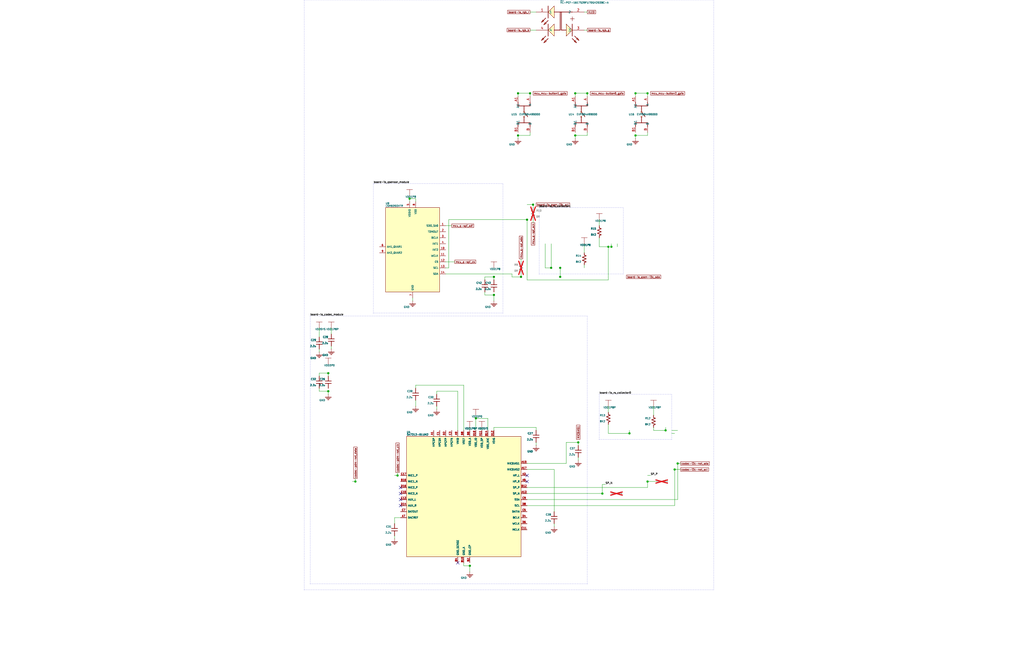
<source format=kicad_sch>
(kicad_sch (version 20230121) (generator jitx)
  (paper "B")
  (lib_symbols
    (symbol "VDD1P8" (power)
      (property "Reference" "#PWR" (at 35.0 60.0 0.0))
      (property "Value" "VDD1P8" (at 0.508 0.508 0.0))
      (symbol "VDD1P8_1_0"
        (pin power_in line (at 0.0 0.0 0) (length 0.0) (name "VDD1P8") (number "~"))
      )
    )
    (symbol "VDDSYS" (power)
      (property "Reference" "#PWR" (at 35.0 60.0 0.0))
      (property "Value" "VDDSYS" (at 0.508 0.508 0.0))
      (symbol "VDDSYS_1_0"
        (pin power_in line (at 0.0 0.0 0) (length 0.0) (name "VDDSYS") (number "~"))
      )
    )
    (symbol "VBUS" (power)
      (property "Reference" "#PWR" (at 35.0 60.0 0.0))
      (property "Value" "VBUS" (at 0.508 0.508 0.0))
      (symbol "VBUS_1_0"
        (pin power_in line (at 0.0 0.0 0) (length 0.0) (name "VBUS") (number "~"))
      )
    )
    (symbol "VDD3P0" (power)
      (property "Reference" "#PWR" (at 35.0 60.0 0.0))
      (property "Value" "VDD3P0" (at 0.508 0.508 0.0))
      (symbol "VDD3P0_1_0"
        (pin power_in line (at 0.0 0.0 0) (length 0.0) (name "VDD3P0") (number "~"))
      )
    )
    (symbol "GND" (power)
      (property "Reference" "#PWR" (at 35.0 60.0 0.0))
      (property "Value" "GND" (at -2.54 -2.54 0.0))
      (symbol "GND_1_0"
        (pin power_in line (at 0.0 0.0 270) (length 0.0) (name "GND") (number "~"))
      )
    )
    (symbol "VDD1P8P" (power)
      (property "Reference" "#PWR" (at 35.0 60.0 0.0))
      (property "Value" "VDD1P8P" (at 0.508 0.508 0.0))
      (symbol "VDD1P8P_1_0"
        (pin power_in line (at 0.0 0.0 0) (length 0.0) (name "VDD1P8P") (number "~"))
      )
    )
    (symbol "capacitor_sym"
      (property "Reference" "U" (at 1.27 1.27 0.0))
      (property "Value" "capacitor_sym" (at 1.27 -1.27 0.0))
      (symbol "capacitor_sym_1_0"
        (pin unspecified line (at 0.0 2.54 270) (length 0.0) (name "1") (number "~"))
        (pin unspecified line (at 0.0 -2.54 90) (length 0.0) (name "2") (number "~"))
      )
    )
    (symbol "capacitor_sym_1"
      (property "Reference" "U" (at 1.27 1.27 0.0))
      (property "Value" "capacitor_sym_1" (at 1.27 -1.27 0.0))
      (symbol "capacitor_sym_1_1_0"
        (pin unspecified line (at 0.0 2.54 270) (length 0.0) (name "1") (number "~"))
        (pin unspecified line (at 0.0 -2.54 90) (length 0.0) (name "2") (number "~"))
      )
    )
    (symbol "capacitor_sym_2"
      (property "Reference" "U" (at 1.27 1.27 0.0))
      (property "Value" "capacitor_sym_2" (at 1.27 -1.27 0.0))
      (symbol "capacitor_sym_2_1_0"
        (pin unspecified line (at 0.0 2.54 270) (length 0.0) (name "1") (number "~"))
        (pin unspecified line (at 0.0 -2.54 90) (length 0.0) (name "2") (number "~"))
      )
    )
    (symbol "capacitor_sym_3"
      (property "Reference" "U" (at 1.27 1.27 0.0))
      (property "Value" "capacitor_sym_3" (at 1.27 -1.27 0.0))
      (symbol "capacitor_sym_3_1_0"
        (pin unspecified line (at 0.0 2.54 270) (length 0.0) (name "1") (number "~"))
        (pin unspecified line (at 0.0 -2.54 90) (length 0.0) (name "2") (number "~"))
      )
    )
    (symbol "resistor_sym"
      (property "Reference" "U" (at 1.27 1.27 0.0))
      (property "Value" "resistor_sym" (at 1.27 -1.27 0.0))
      (symbol "resistor_sym_1_0"
        (pin unspecified line (at 0.0 2.54 270) (length 0.0) (name "1") (number "~"))
        (pin unspecified line (at 0.0 -2.54 90) (length 0.0) (name "2") (number "~"))
      )
    )
    (symbol "resistor_sym_1"
      (property "Reference" "U" (at 1.27 1.27 0.0))
      (property "Value" "resistor_sym_1" (at 1.27 -1.27 0.0))
      (symbol "resistor_sym_1_1_0"
        (pin unspecified line (at 0.0 2.54 270) (length 0.0) (name "1") (number "~"))
        (pin unspecified line (at 0.0 -2.54 90) (length 0.0) (name "2") (number "~"))
      )
    )
    (symbol "inductor_sym"
      (property "Reference" "U" (at 1.27 1.27 0.0))
      (property "Value" "inductor_sym" (at 1.27 -1.27 0.0))
      (symbol "inductor_sym_1_0"
        (pin unspecified line (at 0.0 2.54 270) (length 0.0) (name "1") (number "~"))
        (pin unspecified line (at 0.0 -2.54 90) (length 0.0) (name "2") (number "~"))
      )
    )
    (symbol "header_symbol"
      (property "Reference" "U" (at -2.54 5.08 0.0))
      (property "Value" "header_symbol" (at -2.54 4.445 0.0))
      (symbol "header_symbol_1_0"
        (pin unspecified line (at -5.08 2.54 0) (length 2.54) (name "1") (number "~"))
        (pin unspecified line (at 5.08 2.54 180) (length 2.54) (name "2") (number "~"))
        (pin unspecified line (at -5.08 0.0 0) (length 2.54) (name "3") (number "~"))
        (pin unspecified line (at 5.08 0.0 180) (length 2.54) (name "4") (number "~"))
        (pin unspecified line (at -5.08 -2.54 0) (length 2.54) (name "5") (number "~"))
        (pin unspecified line (at 5.08 -2.54 180) (length 2.54) (name "6") (number "~"))
      )
    )
    (symbol "resistor_sym_2"
      (property "Reference" "U" (at 1.27 1.27 0.0))
      (property "Value" "resistor_sym_2" (at 1.27 -1.27 0.0))
      (symbol "resistor_sym_2_1_0"
        (pin unspecified line (at 0.0 2.54 270) (length 0.0) (name "1") (number "~"))
        (pin unspecified line (at 0.0 -2.54 90) (length 0.0) (name "2") (number "~"))
      )
    )
    (symbol "capacitor_sym_4"
      (property "Reference" "U" (at 1.27 1.27 0.0))
      (property "Value" "capacitor_sym_4" (at 1.27 -1.27 0.0))
      (symbol "capacitor_sym_4_1_0"
        (pin unspecified line (at 0.0 2.54 270) (length 0.0) (name "1") (number "~"))
        (pin unspecified line (at 0.0 -2.54 90) (length 0.0) (name "2") (number "~"))
      )
    )
    (symbol "box_symbol_0L_1R_0T_7B"
      (property "Reference" "U" (at -10.16 10.252 0.0))
      (property "Value" "box_symbol_0L_1R_0T_7B" (at -10.16 9.19 0.0))
      (symbol "box_symbol_0L_1R_0T_7B_1_0"
        (pin unspecified line (at 12.7 0.0 180) (length 2.54) (name "R0") (number "~"))
        (pin unspecified line (at -7.62 -11.43 90) (length 2.54) (name "B0") (number "~"))
        (pin unspecified line (at -5.08 -11.43 90) (length 2.54) (name "B1") (number "~"))
        (pin unspecified line (at -2.54 -11.43 90) (length 2.54) (name "B2") (number "~"))
        (pin unspecified line (at 0.0 -11.43 90) (length 2.54) (name "B3") (number "~"))
        (pin unspecified line (at 2.54 -11.43 90) (length 2.54) (name "B4") (number "~"))
        (pin unspecified line (at 5.08 -11.43 90) (length 2.54) (name "B5") (number "~"))
        (pin unspecified line (at 7.62 -11.43 90) (length 2.54) (name "B6") (number "~"))
      )
    )
    (symbol "box_symbol_6L_9R_2T_2B"
      (property "Reference" "U" (at -11.43 19.142 0.0))
      (property "Value" "box_symbol_6L_9R_2T_2B" (at -11.43 18.08 0.0))
      (symbol "box_symbol_6L_9R_2T_2B_1_0"
        (pin unspecified line (at -13.97 6.35 0) (length 2.54) (name "L0") (number "~"))
        (pin unspecified line (at -13.97 3.81 0) (length 2.54) (name "L1") (number "~"))
        (pin unspecified line (at -13.97 1.27 0) (length 2.54) (name "L2") (number "~"))
        (pin unspecified line (at -13.97 -1.27 0) (length 2.54) (name "L3") (number "~"))
        (pin unspecified line (at -13.97 -3.81 0) (length 2.54) (name "L4") (number "~"))
        (pin unspecified line (at -13.97 -6.35 0) (length 2.54) (name "L5") (number "~"))
        (pin unspecified line (at 13.97 10.16 180) (length 2.54) (name "R0") (number "~"))
        (pin unspecified line (at 13.97 7.62 180) (length 2.54) (name "R1") (number "~"))
        (pin unspecified line (at 13.97 5.08 180) (length 2.54) (name "R2") (number "~"))
        (pin unspecified line (at 13.97 2.54 180) (length 2.54) (name "R3") (number "~"))
        (pin unspecified line (at 13.97 0.0 180) (length 2.54) (name "R4") (number "~"))
        (pin unspecified line (at 13.97 -2.54 180) (length 2.54) (name "R5") (number "~"))
        (pin unspecified line (at 13.97 -5.08 180) (length 2.54) (name "R6") (number "~"))
        (pin unspecified line (at 13.97 -7.62 180) (length 2.54) (name "R7") (number "~"))
        (pin unspecified line (at 13.97 -10.16 180) (length 2.54) (name "R8") (number "~"))
        (pin unspecified line (at -1.27 20.32 270) (length 2.54) (name "T0") (number "~"))
        (pin unspecified line (at 1.27 20.32 270) (length 2.54) (name "T1") (number "~"))
        (pin unspecified line (at -1.27 -20.32 90) (length 2.54) (name "B0") (number "~"))
        (pin unspecified line (at 1.27 -20.32 90) (length 2.54) (name "B1") (number "~"))
      )
    )
    (symbol "capacitor_sym_5"
      (property "Reference" "U" (at 1.27 1.27 0.0))
      (property "Value" "capacitor_sym_5" (at 1.27 -1.27 0.0))
      (symbol "capacitor_sym_5_1_0"
        (pin unspecified line (at 0.0 2.54 270) (length 0.0) (name "1") (number "~"))
        (pin unspecified line (at 0.0 -2.54 90) (length 0.0) (name "2") (number "~"))
      )
    )
    (symbol "capacitor_sym_6"
      (property "Reference" "U" (at 1.27 1.27 0.0))
      (property "Value" "capacitor_sym_6" (at 1.27 -1.27 0.0))
      (symbol "capacitor_sym_6_1_0"
        (pin unspecified line (at 0.0 2.54 270) (length 0.0) (name "1") (number "~"))
        (pin unspecified line (at 0.0 -2.54 90) (length 0.0) (name "2") (number "~"))
      )
    )
    (symbol "box_symbol_3L_3R_1T_2B"
      (property "Reference" "U" (at -6.35 10.252 0.0))
      (property "Value" "box_symbol_3L_3R_1T_2B" (at -6.35 9.19 0.0))
      (symbol "box_symbol_3L_3R_1T_2B_1_0"
        (pin unspecified line (at -8.89 2.54 0) (length 2.54) (name "L0") (number "~"))
        (pin unspecified line (at -8.89 0.0 0) (length 2.54) (name "L1") (number "~"))
        (pin unspecified line (at -8.89 -2.54 0) (length 2.54) (name "L2") (number "~"))
        (pin unspecified line (at 8.89 2.54 180) (length 2.54) (name "R0") (number "~"))
        (pin unspecified line (at 8.89 0.0 180) (length 2.54) (name "R1") (number "~"))
        (pin unspecified line (at 8.89 -2.54 180) (length 2.54) (name "R2") (number "~"))
        (pin unspecified line (at 0.0 11.43 270) (length 2.54) (name "T0") (number "~"))
        (pin unspecified line (at -1.27 -11.43 90) (length 2.54) (name "B0") (number "~"))
        (pin unspecified line (at 1.27 -11.43 90) (length 2.54) (name "B1") (number "~"))
      )
    )
    (symbol "capacitor_sym_7"
      (property "Reference" "U" (at 1.27 1.27 0.0))
      (property "Value" "capacitor_sym_7" (at 1.27 -1.27 0.0))
      (symbol "capacitor_sym_7_1_0"
        (pin unspecified line (at 0.0 2.54 270) (length 0.0) (name "1") (number "~"))
        (pin unspecified line (at 0.0 -2.54 90) (length 0.0) (name "2") (number "~"))
      )
    )
    (symbol "capacitor_sym_8"
      (property "Reference" "U" (at 1.27 1.27 0.0))
      (property "Value" "capacitor_sym_8" (at 1.27 -1.27 0.0))
      (symbol "capacitor_sym_8_1_0"
        (pin unspecified line (at 0.0 2.54 270) (length 0.0) (name "1") (number "~"))
        (pin unspecified line (at 0.0 -2.54 90) (length 0.0) (name "2") (number "~"))
      )
    )
    (symbol "box_symbol_0L_0R_14T_13B"
      (property "Reference" "U" (at -31.75 12.792 0.0))
      (property "Value" "box_symbol_0L_0R_14T_13B" (at -31.75 11.73 0.0))
      (symbol "box_symbol_0L_0R_14T_13B_1_0"
        (pin unspecified line (at -17.78 13.97 270) (length 2.54) (name "T0") (number "~"))
        (pin unspecified line (at -15.24 13.97 270) (length 2.54) (name "T1") (number "~"))
        (pin unspecified line (at -12.7 13.97 270) (length 2.54) (name "T2") (number "~"))
        (pin unspecified line (at -10.16 13.97 270) (length 2.54) (name "T3") (number "~"))
        (pin unspecified line (at -7.62 13.97 270) (length 2.54) (name "T4") (number "~"))
        (pin unspecified line (at -5.08 13.97 270) (length 2.54) (name "T5") (number "~"))
        (pin unspecified line (at -2.54 13.97 270) (length 2.54) (name "T6") (number "~"))
        (pin unspecified line (at 0.0 13.97 270) (length 2.54) (name "T7") (number "~"))
        (pin unspecified line (at 2.54 13.97 270) (length 2.54) (name "T8") (number "~"))
        (pin unspecified line (at 5.08 13.97 270) (length 2.54) (name "T9") (number "~"))
        (pin unspecified line (at 7.62 13.97 270) (length 2.54) (name "T10") (number "~"))
        (pin unspecified line (at 10.16 13.97 270) (length 2.54) (name "T11") (number "~"))
        (pin unspecified line (at 12.7 13.97 270) (length 2.54) (name "T12") (number "~"))
        (pin unspecified line (at 15.24 13.97 270) (length 2.54) (name "T13") (number "~"))
        (pin unspecified line (at -15.24 -13.97 90) (length 2.54) (name "B0") (number "~"))
        (pin unspecified line (at -12.7 -13.97 90) (length 2.54) (name "B1") (number "~"))
        (pin unspecified line (at -10.16 -13.97 90) (length 2.54) (name "B2") (number "~"))
        (pin unspecified line (at -7.62 -13.97 90) (length 2.54) (name "B3") (number "~"))
        (pin unspecified line (at -5.08 -13.97 90) (length 2.54) (name "B4") (number "~"))
        (pin unspecified line (at -2.54 -13.97 90) (length 2.54) (name "B5") (number "~"))
        (pin unspecified line (at 0.0 -13.97 90) (length 2.54) (name "B6") (number "~"))
        (pin unspecified line (at 2.54 -13.97 90) (length 2.54) (name "B7") (number "~"))
        (pin unspecified line (at 5.08 -13.97 90) (length 2.54) (name "B8") (number "~"))
        (pin unspecified line (at 7.62 -13.97 90) (length 2.54) (name "B9") (number "~"))
        (pin unspecified line (at 10.16 -13.97 90) (length 2.54) (name "B10") (number "~"))
        (pin unspecified line (at 12.7 -13.97 90) (length 2.54) (name "B11") (number "~"))
        (pin unspecified line (at 15.24 -13.97 90) (length 2.54) (name "B12") (number "~"))
      )
    )
    (symbol "capacitor_sym_9"
      (property "Reference" "U" (at 1.27 1.27 0.0))
      (property "Value" "capacitor_sym_9" (at 1.27 -1.27 0.0))
      (symbol "capacitor_sym_9_1_0"
        (pin unspecified line (at 0.0 2.54 270) (length 0.0) (name "1") (number "~"))
        (pin unspecified line (at 0.0 -2.54 90) (length 0.0) (name "2") (number "~"))
      )
    )
    (symbol "capacitor_sym_10"
      (property "Reference" "U" (at 1.27 1.27 0.0))
      (property "Value" "capacitor_sym_10" (at 1.27 -1.27 0.0))
      (symbol "capacitor_sym_10_1_0"
        (pin unspecified line (at 0.0 2.54 270) (length 0.0) (name "1") (number "~"))
        (pin unspecified line (at 0.0 -2.54 90) (length 0.0) (name "2") (number "~"))
      )
    )
    (symbol "capacitor_sym_11"
      (property "Reference" "U" (at 1.27 1.27 0.0))
      (property "Value" "capacitor_sym_11" (at 1.27 -1.27 0.0))
      (symbol "capacitor_sym_11_1_0"
        (pin unspecified line (at 0.0 2.54 270) (length 0.0) (name "1") (number "~"))
        (pin unspecified line (at 0.0 -2.54 90) (length 0.0) (name "2") (number "~"))
      )
    )
    (symbol "capacitor_sym_12"
      (property "Reference" "U" (at 1.27 1.27 0.0))
      (property "Value" "capacitor_sym_12" (at 1.27 -1.27 0.0))
      (symbol "capacitor_sym_12_1_0"
        (pin unspecified line (at 0.0 2.54 270) (length 0.0) (name "1") (number "~"))
        (pin unspecified line (at 0.0 -2.54 90) (length 0.0) (name "2") (number "~"))
      )
    )
    (symbol "capacitor_sym_13"
      (property "Reference" "U" (at 1.27 1.27 0.0))
      (property "Value" "capacitor_sym_13" (at 1.27 -1.27 0.0))
      (symbol "capacitor_sym_13_1_0"
        (pin unspecified line (at 0.0 2.54 270) (length 0.0) (name "1") (number "~"))
        (pin unspecified line (at 0.0 -2.54 90) (length 0.0) (name "2") (number "~"))
      )
    )
    (symbol "capacitor_sym_14"
      (property "Reference" "U" (at 1.27 1.27 0.0))
      (property "Value" "capacitor_sym_14" (at 1.27 -1.27 0.0))
      (symbol "capacitor_sym_14_1_0"
        (pin unspecified line (at 0.0 2.54 270) (length 0.0) (name "1") (number "~"))
        (pin unspecified line (at 0.0 -2.54 90) (length 0.0) (name "2") (number "~"))
      )
    )
    (symbol "capacitor_sym_15"
      (property "Reference" "U" (at 1.27 1.27 0.0))
      (property "Value" "capacitor_sym_15" (at 1.27 -1.27 0.0))
      (symbol "capacitor_sym_15_1_0"
        (pin unspecified line (at 0.0 2.54 270) (length 0.0) (name "1") (number "~"))
        (pin unspecified line (at 0.0 -2.54 90) (length 0.0) (name "2") (number "~"))
      )
    )
    (symbol "capacitor_sym_16"
      (property "Reference" "U" (at 1.27 1.27 0.0))
      (property "Value" "capacitor_sym_16" (at 1.27 -1.27 0.0))
      (symbol "capacitor_sym_16_1_0"
        (pin unspecified line (at 0.0 2.54 270) (length 0.0) (name "1") (number "~"))
        (pin unspecified line (at 0.0 -2.54 90) (length 0.0) (name "2") (number "~"))
      )
    )
    (symbol "capacitor_sym_17"
      (property "Reference" "U" (at 1.27 1.27 0.0))
      (property "Value" "capacitor_sym_17" (at 1.27 -1.27 0.0))
      (symbol "capacitor_sym_17_1_0"
        (pin unspecified line (at 0.0 2.54 270) (length 0.0) (name "1") (number "~"))
        (pin unspecified line (at 0.0 -2.54 90) (length 0.0) (name "2") (number "~"))
      )
    )
    (symbol "resistor_sym_3"
      (property "Reference" "U" (at 1.27 1.27 0.0))
      (property "Value" "resistor_sym_3" (at 1.27 -1.27 0.0))
      (symbol "resistor_sym_3_1_0"
        (pin unspecified line (at 0.0 2.54 270) (length 0.0) (name "1") (number "~"))
        (pin unspecified line (at 0.0 -2.54 90) (length 0.0) (name "2") (number "~"))
      )
    )
    (symbol "resistor_sym_4"
      (property "Reference" "U" (at 1.27 1.27 0.0))
      (property "Value" "resistor_sym_4" (at 1.27 -1.27 0.0))
      (symbol "resistor_sym_4_1_0"
        (pin unspecified line (at 0.0 2.54 270) (length 0.0) (name "1") (number "~"))
        (pin unspecified line (at 0.0 -2.54 90) (length 0.0) (name "2") (number "~"))
      )
    )
    (symbol "capacitor_sym_18"
      (property "Reference" "U" (at 1.27 1.27 0.0))
      (property "Value" "capacitor_sym_18" (at 1.27 -1.27 0.0))
      (symbol "capacitor_sym_18_1_0"
        (pin unspecified line (at 0.0 2.54 270) (length 0.0) (name "1") (number "~"))
        (pin unspecified line (at 0.0 -2.54 90) (length 0.0) (name "2") (number "~"))
      )
    )
    (symbol "capacitor_sym_19"
      (property "Reference" "U" (at 1.27 1.27 0.0))
      (property "Value" "capacitor_sym_19" (at 1.27 -1.27 0.0))
      (symbol "capacitor_sym_19_1_0"
        (pin unspecified line (at 0.0 2.54 270) (length 0.0) (name "1") (number "~"))
        (pin unspecified line (at 0.0 -2.54 90) (length 0.0) (name "2") (number "~"))
      )
    )
    (symbol "capacitor_sym_20"
      (property "Reference" "U" (at 1.27 1.27 0.0))
      (property "Value" "capacitor_sym_20" (at 1.27 -1.27 0.0))
      (symbol "capacitor_sym_20_1_0"
        (pin unspecified line (at 0.0 2.54 270) (length 0.0) (name "1") (number "~"))
        (pin unspecified line (at 0.0 -2.54 90) (length 0.0) (name "2") (number "~"))
      )
    )
    (symbol "resistor_sym_5"
      (property "Reference" "U" (at 1.27 1.27 0.0))
      (property "Value" "resistor_sym_5" (at 1.27 -1.27 0.0))
      (symbol "resistor_sym_5_1_0"
        (pin unspecified line (at 0.0 2.54 270) (length 0.0) (name "1") (number "~"))
        (pin unspecified line (at 0.0 -2.54 90) (length 0.0) (name "2") (number "~"))
      )
    )
    (symbol "resistor_sym_6"
      (property "Reference" "U" (at 1.27 1.27 0.0))
      (property "Value" "resistor_sym_6" (at 1.27 -1.27 0.0))
      (symbol "resistor_sym_6_1_0"
        (pin unspecified line (at 0.0 2.54 270) (length 0.0) (name "1") (number "~"))
        (pin unspecified line (at 0.0 -2.54 90) (length 0.0) (name "2") (number "~"))
      )
    )
    (symbol "capacitor_sym_21"
      (property "Reference" "U" (at 1.27 1.27 0.0))
      (property "Value" "capacitor_sym_21" (at 1.27 -1.27 0.0))
      (symbol "capacitor_sym_21_1_0"
        (pin unspecified line (at 0.0 2.54 270) (length 0.0) (name "1") (number "~"))
        (pin unspecified line (at 0.0 -2.54 90) (length 0.0) (name "2") (number "~"))
      )
    )
    (symbol "resistor_sym_7"
      (property "Reference" "U" (at 1.27 1.27 0.0))
      (property "Value" "resistor_sym_7" (at 1.27 -1.27 0.0))
      (symbol "resistor_sym_7_1_0"
        (pin unspecified line (at 0.0 2.54 270) (length 0.0) (name "1") (number "~"))
        (pin unspecified line (at 0.0 -2.54 90) (length 0.0) (name "2") (number "~"))
      )
    )
    (symbol "capacitor_sym_22"
      (property "Reference" "U" (at 1.27 1.27 0.0))
      (property "Value" "capacitor_sym_22" (at 1.27 -1.27 0.0))
      (symbol "capacitor_sym_22_1_0"
        (pin unspecified line (at 0.0 2.54 270) (length 0.0) (name "1") (number "~"))
        (pin unspecified line (at 0.0 -2.54 90) (length 0.0) (name "2") (number "~"))
      )
    )
    (symbol "capacitor_sym_23"
      (property "Reference" "U" (at 1.27 1.27 0.0))
      (property "Value" "capacitor_sym_23" (at 1.27 -1.27 0.0))
      (symbol "capacitor_sym_23_1_0"
        (pin unspecified line (at 0.0 2.54 270) (length 0.0) (name "1") (number "~"))
        (pin unspecified line (at 0.0 -2.54 90) (length 0.0) (name "2") (number "~"))
      )
    )
    (symbol "capacitor_sym_24"
      (property "Reference" "U" (at 1.27 1.27 0.0))
      (property "Value" "capacitor_sym_24" (at 1.27 -1.27 0.0))
      (symbol "capacitor_sym_24_1_0"
        (pin unspecified line (at 0.0 2.54 270) (length 0.0) (name "1") (number "~"))
        (pin unspecified line (at 0.0 -2.54 90) (length 0.0) (name "2") (number "~"))
      )
    )
    (symbol "capacitor_sym_25"
      (property "Reference" "U" (at 1.27 1.27 0.0))
      (property "Value" "capacitor_sym_25" (at 1.27 -1.27 0.0))
      (symbol "capacitor_sym_25_1_0"
        (pin unspecified line (at 0.0 2.54 270) (length 0.0) (name "1") (number "~"))
        (pin unspecified line (at 0.0 -2.54 90) (length 0.0) (name "2") (number "~"))
      )
    )
    (symbol "box_symbol_0L_6R_0T_0B"
      (property "Reference" "U" (at -6.35 10.252 0.0))
      (property "Value" "box_symbol_0L_6R_0T_0B" (at -6.35 9.19 0.0))
      (symbol "box_symbol_0L_6R_0T_0B_1_0"
        (pin unspecified line (at 8.89 6.35 180) (length 2.54) (name "R0") (number "~"))
        (pin unspecified line (at 8.89 3.81 180) (length 2.54) (name "R1") (number "~"))
        (pin unspecified line (at 8.89 1.27 180) (length 2.54) (name "R2") (number "~"))
        (pin unspecified line (at 8.89 -1.27 180) (length 2.54) (name "R3") (number "~"))
        (pin unspecified line (at 8.89 -3.81 180) (length 2.54) (name "R4") (number "~"))
        (pin unspecified line (at 8.89 -6.35 180) (length 2.54) (name "R5") (number "~"))
      )
    )
    (symbol "XRCGB32M000F1H00R0"
      (property "Reference" "U" (at 0.0 4.54000508001016 0.0))
      (property "Value" "XRCGB32M000F1H00R0" (at 0.0 3.54000508001016 0.0))
      (symbol "XRCGB32M000F1H00R0_1_0"
        (pin unspecified line (at -7.62 -2.54 0) (length 2.54000508001016) (name "1") (number "~"))
        (pin unspecified line (at 7.62 2.54 180) (length 2.54000508001016) (name "3") (number "~"))
        (pin unspecified line (at -7.62 2.54 0) (length 2.54000508001016) (name "GND0") (number "~"))
        (pin unspecified line (at 7.62 -2.54 180) (length 2.54000508001016) (name "GND1") (number "~"))
      )
    )
    (symbol "capacitor_sym_26"
      (property "Reference" "U" (at 1.27 1.27 0.0))
      (property "Value" "capacitor_sym_26" (at 1.27 -1.27 0.0))
      (symbol "capacitor_sym_26_1_0"
        (pin unspecified line (at 0.0 2.54 270) (length 0.0) (name "1") (number "~"))
        (pin unspecified line (at 0.0 -2.54 90) (length 0.0) (name "2") (number "~"))
      )
    )
    (symbol "box_symbol_8L_0R_0T_0B"
      (property "Reference" "U" (at -7.62 12.792 0.0))
      (property "Value" "box_symbol_8L_0R_0T_0B" (at -7.62 11.73 0.0))
      (symbol "box_symbol_8L_0R_0T_0B_1_0"
        (pin unspecified line (at -10.16 8.89 0) (length 2.54) (name "L0") (number "~"))
        (pin unspecified line (at -10.16 6.35 0) (length 2.54) (name "L1") (number "~"))
        (pin unspecified line (at -10.16 3.81 0) (length 2.54) (name "L2") (number "~"))
        (pin unspecified line (at -10.16 1.27 0) (length 2.54) (name "L3") (number "~"))
        (pin unspecified line (at -10.16 -1.27 0) (length 2.54) (name "L4") (number "~"))
        (pin unspecified line (at -10.16 -3.81 0) (length 2.54) (name "L5") (number "~"))
        (pin unspecified line (at -10.16 -6.35 0) (length 2.54) (name "L6") (number "~"))
        (pin unspecified line (at -10.16 -8.89 0) (length 2.54) (name "L7") (number "~"))
      )
    )
    (symbol "resistor_sym_8"
      (property "Reference" "U" (at 1.27 1.27 0.0))
      (property "Value" "resistor_sym_8" (at 1.27 -1.27 0.0))
      (symbol "resistor_sym_8_1_0"
        (pin unspecified line (at 0.0 2.54 270) (length 0.0) (name "1") (number "~"))
        (pin unspecified line (at 0.0 -2.54 90) (length 0.0) (name "2") (number "~"))
      )
    )
    (symbol "Johanson2450AT18D0100_STD_R"
      (property "Reference" "U" (at -3.8735 5.4435 0.0))
      (symbol "Johanson2450AT18D0100_STD_R_1_0"
        (pin unspecified line (at 8.89 -3.81 180) (length 2.54) (name "GND") (number "~"))
        (pin unspecified line (at 0.0 -3.81 90) (length 3.81) (name "ANT") (number "~"))
      )
    )
    (symbol "box_symbol_2L_9R_2T_1B"
      (property "Reference" "U" (at -11.43 19.142 0.0))
      (property "Value" "box_symbol_2L_9R_2T_1B" (at -11.43 18.08 0.0))
      (symbol "box_symbol_2L_9R_2T_1B_1_0"
        (pin unspecified line (at -13.97 1.27 0) (length 2.54) (name "L0") (number "~"))
        (pin unspecified line (at -13.97 -1.27 0) (length 2.54) (name "L1") (number "~"))
        (pin unspecified line (at 13.97 10.16 180) (length 2.54) (name "R0") (number "~"))
        (pin unspecified line (at 13.97 7.62 180) (length 2.54) (name "R1") (number "~"))
        (pin unspecified line (at 13.97 5.08 180) (length 2.54) (name "R2") (number "~"))
        (pin unspecified line (at 13.97 2.54 180) (length 2.54) (name "R3") (number "~"))
        (pin unspecified line (at 13.97 0.0 180) (length 2.54) (name "R4") (number "~"))
        (pin unspecified line (at 13.97 -2.54 180) (length 2.54) (name "R5") (number "~"))
        (pin unspecified line (at 13.97 -5.08 180) (length 2.54) (name "R6") (number "~"))
        (pin unspecified line (at 13.97 -7.62 180) (length 2.54) (name "R7") (number "~"))
        (pin unspecified line (at 13.97 -10.16 180) (length 2.54) (name "R8") (number "~"))
        (pin unspecified line (at -1.27 20.32 270) (length 2.54) (name "T0") (number "~"))
        (pin unspecified line (at 1.27 20.32 270) (length 2.54) (name "T1") (number "~"))
        (pin unspecified line (at 0.0 -20.32 90) (length 2.54) (name "B0") (number "~"))
      )
    )
    (symbol "box_symbol_3L_3R_1T_3B"
      (property "Reference" "U" (at -7.62 14.062 0.0))
      (property "Value" "box_symbol_3L_3R_1T_3B" (at -7.62 13.0 0.0))
      (symbol "box_symbol_3L_3R_1T_3B_1_0"
        (pin unspecified line (at -10.16 2.54 0) (length 2.54) (name "L0") (number "~"))
        (pin unspecified line (at -10.16 0.0 0) (length 2.54) (name "L1") (number "~"))
        (pin unspecified line (at -10.16 -2.54 0) (length 2.54) (name "L2") (number "~"))
        (pin unspecified line (at 10.16 2.54 180) (length 2.54) (name "R0") (number "~"))
        (pin unspecified line (at 10.16 0.0 180) (length 2.54) (name "R1") (number "~"))
        (pin unspecified line (at 10.16 -2.54 180) (length 2.54) (name "R2") (number "~"))
        (pin unspecified line (at 0.0 15.24 270) (length 2.54) (name "T0") (number "~"))
        (pin unspecified line (at -2.54 -15.24 90) (length 2.54) (name "B0") (number "~"))
        (pin unspecified line (at 0.0 -15.24 90) (length 2.54) (name "B1") (number "~"))
        (pin unspecified line (at 2.54 -15.24 90) (length 2.54) (name "B2") (number "~"))
      )
    )
    (symbol "resistor_sym_9"
      (property "Reference" "U" (at 1.27 1.27 0.0))
      (property "Value" "resistor_sym_9" (at 1.27 -1.27 0.0))
      (symbol "resistor_sym_9_1_0"
        (pin unspecified line (at 0.0 2.54 270) (length 0.0) (name "1") (number "~"))
        (pin unspecified line (at 0.0 -2.54 90) (length 0.0) (name "2") (number "~"))
      )
    )
    (symbol "resistor_sym_10"
      (property "Reference" "U" (at 1.27 1.27 0.0))
      (property "Value" "resistor_sym_10" (at 1.27 -1.27 0.0))
      (symbol "resistor_sym_10_1_0"
        (pin unspecified line (at 0.0 2.54 270) (length 0.0) (name "2") (number "~"))
        (pin unspecified line (at 0.0 -2.54 90) (length 0.0) (name "1") (number "~"))
      )
    )
    (symbol "capacitor_sym_27"
      (property "Reference" "U" (at 1.27 1.27 0.0))
      (property "Value" "capacitor_sym_27" (at 1.27 -1.27 0.0))
      (symbol "capacitor_sym_27_1_0"
        (pin unspecified line (at 0.0 2.54 270) (length 0.0) (name "1") (number "~"))
        (pin unspecified line (at 0.0 -2.54 90) (length 0.0) (name "2") (number "~"))
      )
    )
    (symbol "TPD4S012DRYR"
      (property "Reference" "U" (at 0.0 6.19100838201676 0.0))
      (property "Value" "TPD4S012DRYR" (at 0.0 5.19100838201676 0.0))
      (symbol "TPD4S012DRYR_1_0"
        (pin unspecified line (at -8.89 2.54 0) (length 2.54000508001016) (name "D+") (number "~"))
        (pin unspecified line (at -8.89 0.0 0) (length 2.54000508001016) (name "D-") (number "~"))
        (pin unspecified line (at -8.89 -2.54 0) (length 2.54000508001016) (name "ID") (number "~"))
        (pin unspecified line (at 8.89 -2.54 180) (length 2.54000508001016) (name "GND") (number "~"))
        (pin unspecified line (at 8.89 0.0 180) (length 2.54000508001016) (name "NC") (number "~"))
        (pin unspecified line (at 8.89 2.54 180) (length 2.54000508001016) (name "VBUS") (number "~"))
      )
    )
    (symbol "capacitor_sym_28"
      (property "Reference" "U" (at 1.27 1.27 0.0))
      (property "Value" "capacitor_sym_28" (at 1.27 -1.27 0.0))
      (symbol "capacitor_sym_28_1_0"
        (pin unspecified line (at 0.0 2.54 270) (length 0.0) (name "1") (number "~"))
        (pin unspecified line (at 0.0 -2.54 90) (length 0.0) (name "2") (number "~"))
      )
    )
    (symbol "capacitor_sym_29"
      (property "Reference" "U" (at 1.27 1.27 0.0))
      (property "Value" "capacitor_sym_29" (at 1.27 -1.27 0.0))
      (symbol "capacitor_sym_29_1_0"
        (pin unspecified line (at 0.0 2.54 270) (length 0.0) (name "1") (number "~"))
        (pin unspecified line (at 0.0 -2.54 90) (length 0.0) (name "2") (number "~"))
      )
    )
    (symbol "box_symbol_1L_0R_0T_0B"
      (property "Reference" "U" (at -6.35 3.902 0.0))
      (property "Value" "box_symbol_1L_0R_0T_0B" (at -6.35 2.84 0.0))
      (symbol "box_symbol_1L_0R_0T_0B_1_0"
        (pin unspecified line (at -8.89 0.0 0) (length 2.54) (name "L0") (number "~"))
      )
    )
    (symbol "sym_EVP_BB4A9B000"
      (property "Reference" "U" (at 0.0 4.27 0.0))
      (property "Value" "sym_EVP_BB4A9B000" (at 0.0 3.27 0.0))
      (symbol "sym_EVP_BB4A9B000_1_0"
        (pin unspecified line (at -7.62 -3.81 0) (length 2.54) (name "A1") (number "~"))
        (pin unspecified line (at -7.62 1.27 0) (length 2.54) (name "A") (number "~"))
        (pin unspecified line (at 7.62 -3.81 180) (length 2.54) (name "B1") (number "~"))
        (pin unspecified line (at 7.62 1.27 180) (length 2.54) (name "B") (number "~"))
      )
    )
    (symbol "capacitor_sym_30"
      (property "Reference" "U" (at 1.27 1.27 0.0))
      (property "Value" "capacitor_sym_30" (at 1.27 -1.27 0.0))
      (symbol "capacitor_sym_30_1_0"
        (pin unspecified line (at 0.0 2.54 270) (length 0.0) (name "1") (number "~"))
        (pin unspecified line (at 0.0 -2.54 90) (length 0.0) (name "2") (number "~"))
      )
    )
    (symbol "capacitor_sym_31"
      (property "Reference" "U" (at 1.27 1.27 0.0))
      (property "Value" "capacitor_sym_31" (at 1.27 -1.27 0.0))
      (symbol "capacitor_sym_31_1_0"
        (pin unspecified line (at 0.0 2.54 270) (length 0.0) (name "1") (number "~"))
        (pin unspecified line (at 0.0 -2.54 90) (length 0.0) (name "2") (number "~"))
      )
    )
    (symbol "box_symbol_16L_16R_0T_0B"
      (property "Reference" "U" (at -6.35 22.952 0.0))
      (property "Value" "box_symbol_16L_16R_0T_0B" (at -6.35 21.89 0.0))
      (symbol "box_symbol_16L_16R_0T_0B_1_0"
        (pin unspecified line (at -8.89 19.05 0) (length 2.54) (name "L0") (number "~"))
        (pin unspecified line (at -8.89 16.51 0) (length 2.54) (name "L1") (number "~"))
        (pin unspecified line (at -8.89 13.97 0) (length 2.54) (name "L2") (number "~"))
        (pin unspecified line (at -8.89 11.43 0) (length 2.54) (name "L3") (number "~"))
        (pin unspecified line (at -8.89 8.89 0) (length 2.54) (name "L4") (number "~"))
        (pin unspecified line (at -8.89 6.35 0) (length 2.54) (name "L5") (number "~"))
        (pin unspecified line (at -8.89 3.81 0) (length 2.54) (name "L6") (number "~"))
        (pin unspecified line (at -8.89 1.27 0) (length 2.54) (name "L7") (number "~"))
        (pin unspecified line (at -8.89 -1.27 0) (length 2.54) (name "L8") (number "~"))
        (pin unspecified line (at -8.89 -3.81 0) (length 2.54) (name "L9") (number "~"))
        (pin unspecified line (at -8.89 -6.35 0) (length 2.54) (name "L10") (number "~"))
        (pin unspecified line (at -8.89 -8.89 0) (length 2.54) (name "L11") (number "~"))
        (pin unspecified line (at -8.89 -11.43 0) (length 2.54) (name "L12") (number "~"))
        (pin unspecified line (at -8.89 -13.97 0) (length 2.54) (name "L13") (number "~"))
        (pin unspecified line (at -8.89 -16.51 0) (length 2.54) (name "L14") (number "~"))
        (pin unspecified line (at -8.89 -19.05 0) (length 2.54) (name "L15") (number "~"))
        (pin unspecified line (at 8.89 19.05 180) (length 2.54) (name "R0") (number "~"))
        (pin unspecified line (at 8.89 16.51 180) (length 2.54) (name "R1") (number "~"))
        (pin unspecified line (at 8.89 13.97 180) (length 2.54) (name "R2") (number "~"))
        (pin unspecified line (at 8.89 11.43 180) (length 2.54) (name "R3") (number "~"))
        (pin unspecified line (at 8.89 8.89 180) (length 2.54) (name "R4") (number "~"))
        (pin unspecified line (at 8.89 6.35 180) (length 2.54) (name "R5") (number "~"))
        (pin unspecified line (at 8.89 3.81 180) (length 2.54) (name "R6") (number "~"))
        (pin unspecified line (at 8.89 1.27 180) (length 2.54) (name "R7") (number "~"))
        (pin unspecified line (at 8.89 -1.27 180) (length 2.54) (name "R8") (number "~"))
        (pin unspecified line (at 8.89 -3.81 180) (length 2.54) (name "R9") (number "~"))
        (pin unspecified line (at 8.89 -6.35 180) (length 2.54) (name "R10") (number "~"))
        (pin unspecified line (at 8.89 -8.89 180) (length 2.54) (name "R11") (number "~"))
        (pin unspecified line (at 8.89 -11.43 180) (length 2.54) (name "R12") (number "~"))
        (pin unspecified line (at 8.89 -13.97 180) (length 2.54) (name "R13") (number "~"))
        (pin unspecified line (at 8.89 -16.51 180) (length 2.54) (name "R14") (number "~"))
        (pin unspecified line (at 8.89 -19.05 180) (length 2.54) (name "R15") (number "~"))
      )
    )
    (symbol "capacitor_sym_32"
      (property "Reference" "U" (at 1.27 1.27 0.0))
      (property "Value" "capacitor_sym_32" (at 1.27 -1.27 0.0))
      (symbol "capacitor_sym_32_1_0"
        (pin unspecified line (at 0.0 2.54 270) (length 0.0) (name "1") (number "~"))
        (pin unspecified line (at 0.0 -2.54 90) (length 0.0) (name "2") (number "~"))
      )
    )
    (symbol "capacitor_sym_33"
      (property "Reference" "U" (at 1.27 1.27 0.0))
      (property "Value" "capacitor_sym_33" (at 1.27 -1.27 0.0))
      (symbol "capacitor_sym_33_1_0"
        (pin unspecified line (at 0.0 2.54 270) (length 0.0) (name "1") (number "~"))
        (pin unspecified line (at 0.0 -2.54 90) (length 0.0) (name "2") (number "~"))
      )
    )
    (symbol "capacitor_sym_34"
      (property "Reference" "U" (at 1.27 1.27 0.0))
      (property "Value" "capacitor_sym_34" (at 1.27 -1.27 0.0))
      (symbol "capacitor_sym_34_1_0"
        (pin unspecified line (at 0.0 2.54 270) (length 0.0) (name "1") (number "~"))
        (pin unspecified line (at 0.0 -2.54 90) (length 0.0) (name "2") (number "~"))
      )
    )
    (symbol "box_symbol_8L_12R_11T_3B"
      (property "Reference" "U" (at -24.13 26.762 0.0))
      (property "Value" "box_symbol_8L_12R_11T_3B" (at -24.13 25.7 0.0))
      (symbol "box_symbol_8L_12R_11T_3B_1_0"
        (pin unspecified line (at -26.67 8.89 0) (length 2.54) (name "L0") (number "~"))
        (pin unspecified line (at -26.67 6.35 0) (length 2.54) (name "L1") (number "~"))
        (pin unspecified line (at -26.67 3.81 0) (length 2.54) (name "L2") (number "~"))
        (pin unspecified line (at -26.67 1.27 0) (length 2.54) (name "L3") (number "~"))
        (pin unspecified line (at -26.67 -1.27 0) (length 2.54) (name "L4") (number "~"))
        (pin unspecified line (at -26.67 -3.81 0) (length 2.54) (name "L5") (number "~"))
        (pin unspecified line (at -26.67 -6.35 0) (length 2.54) (name "L6") (number "~"))
        (pin unspecified line (at -26.67 -8.89 0) (length 2.54) (name "L7") (number "~"))
        (pin unspecified line (at 26.67 13.97 180) (length 2.54) (name "R0") (number "~"))
        (pin unspecified line (at 26.67 11.43 180) (length 2.54) (name "R1") (number "~"))
        (pin unspecified line (at 26.67 8.89 180) (length 2.54) (name "R2") (number "~"))
        (pin unspecified line (at 26.67 6.35 180) (length 2.54) (name "R3") (number "~"))
        (pin unspecified line (at 26.67 3.81 180) (length 2.54) (name "R4") (number "~"))
        (pin unspecified line (at 26.67 1.27 180) (length 2.54) (name "R5") (number "~"))
        (pin unspecified line (at 26.67 -1.27 180) (length 2.54) (name "R6") (number "~"))
        (pin unspecified line (at 26.67 -3.81 180) (length 2.54) (name "R7") (number "~"))
        (pin unspecified line (at 26.67 -6.35 180) (length 2.54) (name "R8") (number "~"))
        (pin unspecified line (at 26.67 -8.89 180) (length 2.54) (name "R9") (number "~"))
        (pin unspecified line (at 26.67 -11.43 180) (length 2.54) (name "R10") (number "~"))
        (pin unspecified line (at 26.67 -13.97 180) (length 2.54) (name "R11") (number "~"))
        (pin unspecified line (at -12.7 27.94 270) (length 2.54) (name "T0") (number "~"))
        (pin unspecified line (at -10.16 27.94 270) (length 2.54) (name "T1") (number "~"))
        (pin unspecified line (at -7.62 27.94 270) (length 2.54) (name "T2") (number "~"))
        (pin unspecified line (at -5.08 27.94 270) (length 2.54) (name "T3") (number "~"))
        (pin unspecified line (at -2.54 27.94 270) (length 2.54) (name "T4") (number "~"))
        (pin unspecified line (at 0.0 27.94 270) (length 2.54) (name "T5") (number "~"))
        (pin unspecified line (at 2.54 27.94 270) (length 2.54) (name "T6") (number "~"))
        (pin unspecified line (at 5.08 27.94 270) (length 2.54) (name "T7") (number "~"))
        (pin unspecified line (at 7.62 27.94 270) (length 2.54) (name "T8") (number "~"))
        (pin unspecified line (at 10.16 27.94 270) (length 2.54) (name "T9") (number "~"))
        (pin unspecified line (at 12.7 27.94 270) (length 2.54) (name "T10") (number "~"))
        (pin unspecified line (at -2.54 -27.94 90) (length 2.54) (name "B0") (number "~"))
        (pin unspecified line (at 0.0 -27.94 90) (length 2.54) (name "B1") (number "~"))
        (pin unspecified line (at 2.54 -27.94 90) (length 2.54) (name "B2") (number "~"))
      )
    )
    (symbol "resistor_sym_11"
      (property "Reference" "U" (at 1.27 1.27 0.0))
      (property "Value" "resistor_sym_11" (at 1.27 -1.27 0.0))
      (symbol "resistor_sym_11_1_0"
        (pin unspecified line (at 0.0 2.54 270) (length 0.0) (name "1") (number "~"))
        (pin unspecified line (at 0.0 -2.54 90) (length 0.0) (name "2") (number "~"))
      )
    )
    (symbol "ALTIUM_POWER_BAR"
      (property "Value" "ALTIUM_POWER_BAR" (at 0.508 0.508 0.0))
      (symbol "ALTIUM_POWER_BAR_1_0"
        (pin unspecified line (at 0.0 0.0 0) (length 0.0) (name "0") (number "~"))
      )
    )
    (symbol "capacitor_sym_35"
      (property "Reference" "U" (at 1.27 1.27 0.0))
      (property "Value" "capacitor_sym_35" (at 1.27 -1.27 0.0))
      (symbol "capacitor_sym_35_1_0"
        (pin unspecified line (at 0.0 2.54 270) (length 0.0) (name "1") (number "~"))
        (pin unspecified line (at 0.0 -2.54 90) (length 0.0) (name "2") (number "~"))
      )
    )
    (symbol "ALTIUM_POWER_GND_POWER"
      (property "Value" "ALTIUM_POWER_GND_POWER" (at 2.54 -1.016 0.0))
      (symbol "ALTIUM_POWER_GND_POWER_1_0"
        (pin unspecified line (at 0.0 0.0 0) (length 0.0) (name "0") (number "~"))
      )
    )
    (symbol "resistor_sym_12"
      (property "Reference" "U" (at 1.27 1.27 0.0))
      (property "Value" "resistor_sym_12" (at 1.27 -1.27 0.0))
      (symbol "resistor_sym_12_1_0"
        (pin unspecified line (at 0.0 2.54 270) (length 0.0) (name "1") (number "~"))
        (pin unspecified line (at 0.0 -2.54 90) (length 0.0) (name "2") (number "~"))
      )
    )
    (symbol "resistor_sym_13"
      (property "Reference" "U" (at 1.27 1.27 0.0))
      (property "Value" "resistor_sym_13" (at 1.27 -1.27 0.0))
      (symbol "resistor_sym_13_1_0"
        (pin unspecified line (at 0.0 2.54 270) (length 0.0) (name "1") (number "~"))
        (pin unspecified line (at 0.0 -2.54 90) (length 0.0) (name "2") (number "~"))
      )
    )
    (symbol "inductor_sym_1"
      (property "Reference" "U" (at 1.27 1.27 0.0))
      (property "Value" "inductor_sym_1" (at 1.27 -1.27 0.0))
      (symbol "inductor_sym_1_1_0"
        (pin unspecified line (at 0.0 2.54 270) (length 0.0) (name "1") (number "~"))
        (pin unspecified line (at 0.0 -2.54 90) (length 0.0) (name "2") (number "~"))
      )
    )
    (symbol "box_symbol_4L_2R_2T_1B"
      (property "Reference" "U" (at -11.43 11.522 0.0))
      (property "Value" "box_symbol_4L_2R_2T_1B" (at -11.43 10.46 0.0))
      (symbol "box_symbol_4L_2R_2T_1B_1_0"
        (pin unspecified line (at -13.97 3.81 0) (length 2.54) (name "L0") (number "~"))
        (pin unspecified line (at -13.97 1.27 0) (length 2.54) (name "L1") (number "~"))
        (pin unspecified line (at -13.97 -1.27 0) (length 2.54) (name "L2") (number "~"))
        (pin unspecified line (at -13.97 -3.81 0) (length 2.54) (name "L3") (number "~"))
        (pin unspecified line (at 13.97 1.27 180) (length 2.54) (name "R0") (number "~"))
        (pin unspecified line (at 13.97 -1.27 180) (length 2.54) (name "R1") (number "~"))
        (pin unspecified line (at -1.27 12.7 270) (length 2.54) (name "T0") (number "~"))
        (pin unspecified line (at 1.27 12.7 270) (length 2.54) (name "T1") (number "~"))
        (pin unspecified line (at 0.0 -12.7 90) (length 2.54) (name "B0") (number "~"))
      )
    )
    (symbol "resistor_sym_14"
      (property "Reference" "U" (at 1.27 1.27 0.0))
      (property "Value" "resistor_sym_14" (at 1.27 -1.27 0.0))
      (symbol "resistor_sym_14_1_0"
        (pin unspecified line (at 0.0 2.54 270) (length 0.0) (name "1") (number "~"))
        (pin unspecified line (at 0.0 -2.54 90) (length 0.0) (name "2") (number "~"))
      )
    )
    (symbol "ground_sym"
      (property "Value" "ground_sym" (at -2.54 -2.54 0.0))
      (symbol "ground_sym_1_0"
        (pin unspecified line (at 0.0 0.0 270) (length 0.0) (name "0") (number "~"))
      )
    )
    (symbol "capacitor_sym_36"
      (property "Reference" "U" (at 1.27 1.27 0.0))
      (property "Value" "capacitor_sym_36" (at 1.27 -1.27 0.0))
      (symbol "capacitor_sym_36_1_0"
        (pin unspecified line (at 0.0 2.54 270) (length 0.0) (name "1") (number "~"))
        (pin unspecified line (at 0.0 -2.54 90) (length 0.0) (name "2") (number "~"))
      )
    )
    (symbol "resistor_sym_15"
      (property "Reference" "U" (at 1.27 1.27 0.0))
      (property "Value" "resistor_sym_15" (at 1.27 -1.27 0.0))
      (symbol "resistor_sym_15_1_0"
        (pin unspecified line (at 0.0 2.54 270) (length 0.0) (name "1") (number "~"))
        (pin unspecified line (at 0.0 -2.54 90) (length 0.0) (name "2") (number "~"))
      )
    )
    (symbol "box_symbol_0L_4R_0T_2B"
      (property "Reference" "U" (at -3.81 14.062 0.0))
      (property "Value" "box_symbol_0L_4R_0T_2B" (at -3.81 13.0 0.0))
      (symbol "box_symbol_0L_4R_0T_2B_1_0"
        (pin unspecified line (at 6.35 3.81 180) (length 2.54) (name "R0") (number "~"))
        (pin unspecified line (at 6.35 1.27 180) (length 2.54) (name "R1") (number "~"))
        (pin unspecified line (at 6.35 -1.27 180) (length 2.54) (name "R2") (number "~"))
        (pin unspecified line (at 6.35 -3.81 180) (length 2.54) (name "R3") (number "~"))
        (pin unspecified line (at -1.27 -15.24 90) (length 2.54) (name "B0") (number "~"))
        (pin unspecified line (at 1.27 -15.24 90) (length 2.54) (name "B1") (number "~"))
      )
    )
    (symbol "capacitor_sym_37"
      (property "Reference" "U" (at 1.27 1.27 0.0))
      (property "Value" "capacitor_sym_37" (at 1.27 -1.27 0.0))
      (symbol "capacitor_sym_37_1_0"
        (pin unspecified line (at 0.0 2.54 270) (length 0.0) (name "1") (number "~"))
        (pin unspecified line (at 0.0 -2.54 90) (length 0.0) (name "2") (number "~"))
      )
    )
    (symbol "capacitor_sym_38"
      (property "Reference" "U" (at 1.27 1.27 0.0))
      (property "Value" "capacitor_sym_38" (at 1.27 -1.27 0.0))
      (symbol "capacitor_sym_38_1_0"
        (pin unspecified line (at 0.0 2.54 270) (length 0.0) (name "1") (number "~"))
        (pin unspecified line (at 0.0 -2.54 90) (length 0.0) (name "2") (number "~"))
      )
    )
    (symbol "sym_HL_PCF_1617S39FU70GH203BC_A"
      (property "Reference" "U" (at 0.0 7.08 0.0))
      (property "Value" "sym_HL_PCF_1617S39FU70GH203BC_A" (at 0.0 6.08 0.0))
      (symbol "sym_HL_PCF_1617S39FU70GH203BC_A_1_0"
        (pin unspecified line (at 10.16 2.54 180) (length 5.08) (name "2") (number "~"))
        (pin unspecified line (at -10.16 2.54 0) (length 5.08) (name "1") (number "~"))
        (pin unspecified line (at -10.16 -5.08 0) (length 5.08) (name "4") (number "~"))
        (pin unspecified line (at 10.16 -5.08 180) (length 5.08) (name "3") (number "~"))
        (text "+" (at 3.604 -0.155 0) (effects (font (size 2.28600457200914 2.28600457200914)) (justify left)))
      )
    )
    (symbol "capacitor_sym_39"
      (property "Reference" "U" (at 1.27 1.27 0.0))
      (property "Value" "capacitor_sym_39" (at 1.27 -1.27 0.0))
      (symbol "capacitor_sym_39_1_0"
        (pin unspecified line (at 0.0 2.54 270) (length 0.0) (name "1") (number "~"))
        (pin unspecified line (at 0.0 -2.54 90) (length 0.0) (name "2") (number "~"))
      )
    )
    (symbol "capacitor_sym_40"
      (property "Reference" "U" (at 1.27 1.27 0.0))
      (property "Value" "capacitor_sym_40" (at 1.27 -1.27 0.0))
      (symbol "capacitor_sym_40_1_0"
        (pin unspecified line (at 0.0 2.54 270) (length 0.0) (name "1") (number "~"))
        (pin unspecified line (at 0.0 -2.54 90) (length 0.0) (name "2") (number "~"))
      )
    )
    (symbol "test_point_sym"
      (property "Reference" "U" (at -2.54 1.905 0.0))
      (symbol "test_point_sym_1_0"
        (pin unspecified line (at 2.54 0.0 180) (length 0.0) (name "p") (number "~"))
      )
    )
    (symbol "box_symbol_15L_0R_0T_0B"
      (property "Reference" "U" (at -6.35 21.682 0.0))
      (property "Value" "box_symbol_15L_0R_0T_0B" (at -6.35 20.62 0.0))
      (symbol "box_symbol_15L_0R_0T_0B_1_0"
        (pin unspecified line (at -8.89 17.78 0) (length 2.54) (name "L0") (number "~"))
        (pin unspecified line (at -8.89 15.24 0) (length 2.54) (name "L1") (number "~"))
        (pin unspecified line (at -8.89 12.7 0) (length 2.54) (name "L2") (number "~"))
        (pin unspecified line (at -8.89 10.16 0) (length 2.54) (name "L3") (number "~"))
        (pin unspecified line (at -8.89 7.62 0) (length 2.54) (name "L4") (number "~"))
        (pin unspecified line (at -8.89 5.08 0) (length 2.54) (name "L5") (number "~"))
        (pin unspecified line (at -8.89 2.54 0) (length 2.54) (name "L6") (number "~"))
        (pin unspecified line (at -8.89 0.0 0) (length 2.54) (name "L7") (number "~"))
        (pin unspecified line (at -8.89 -2.54 0) (length 2.54) (name "L8") (number "~"))
        (pin unspecified line (at -8.89 -5.08 0) (length 2.54) (name "L9") (number "~"))
        (pin unspecified line (at -8.89 -7.62 0) (length 2.54) (name "L10") (number "~"))
        (pin unspecified line (at -8.89 -10.16 0) (length 2.54) (name "L11") (number "~"))
        (pin unspecified line (at -8.89 -12.7 0) (length 2.54) (name "L12") (number "~"))
        (pin unspecified line (at -8.89 -15.24 0) (length 2.54) (name "L13") (number "~"))
        (pin unspecified line (at -8.89 -17.78 0) (length 2.54) (name "L14") (number "~"))
      )
    )
    (symbol "capacitor_sym_41"
      (property "Reference" "U" (at 1.27 1.27 0.0))
      (property "Value" "capacitor_sym_41" (at 1.27 -1.27 0.0))
      (symbol "capacitor_sym_41_1_0"
        (pin unspecified line (at 0.0 2.54 270) (length 0.0) (name "1") (number "~"))
        (pin unspecified line (at 0.0 -2.54 90) (length 0.0) (name "2") (number "~"))
      )
    )
    (symbol "C335106"
      (property "Reference" "C" (at 1.27 1.27 0.0))
      (property "Value" "C335106" (at 1.27 -1.27 0.0))
      (symbol "C335106_1_0"
        (pin unspecified line (at 0.0 2.54 270) (length 0.0) (name "1") (number "1"))
        (pin unspecified line (at 0.0 -2.54 90) (length 0.0) (name "2") (number "2"))
      )
    )
    (symbol "C335106_1"
      (property "Reference" "C" (at 1.27 1.27 0.0))
      (property "Value" "C335106_1" (at 1.27 -1.27 0.0))
      (symbol "C335106_1_1_0"
        (pin unspecified line (at 0.0 2.54 270) (length 0.0) (name "1") (number "1"))
        (pin unspecified line (at 0.0 -2.54 90) (length 0.0) (name "2") (number "2"))
      )
    )
    (symbol "C335106_2"
      (property "Reference" "C" (at 1.27 1.27 0.0))
      (property "Value" "C335106_2" (at 1.27 -1.27 0.0))
      (symbol "C335106_2_1_0"
        (pin unspecified line (at 0.0 2.54 270) (length 0.0) (name "1") (number "1"))
        (pin unspecified line (at 0.0 -2.54 90) (length 0.0) (name "2") (number "2"))
      )
    )
    (symbol "C335106_3"
      (property "Reference" "C" (at 1.27 1.27 0.0))
      (property "Value" "C335106_3" (at 1.27 -1.27 0.0))
      (symbol "C335106_3_1_0"
        (pin unspecified line (at 0.0 2.54 270) (length 0.0) (name "1") (number "1"))
        (pin unspecified line (at 0.0 -2.54 90) (length 0.0) (name "2") (number "2"))
      )
    )
    (symbol "C335106_4"
      (property "Reference" "C" (at 1.27 1.27 0.0))
      (property "Value" "C335106_4" (at 1.27 -1.27 0.0))
      (symbol "C335106_4_1_0"
        (pin unspecified line (at 0.0 2.54 270) (length 0.0) (name "1") (number "1"))
        (pin unspecified line (at 0.0 -2.54 90) (length 0.0) (name "2") (number "2"))
      )
    )
    (symbol "smd_testpoint_cmp"
      (property "Reference" "TP" (at -2.54 1.905 0.0))
      (symbol "smd_testpoint_cmp_1_0"
        (pin unspecified line (at 2.54 0.0 180) (length 0.0) (name "p") (number "p"))
      )
    )
    (symbol "C335106_5"
      (property "Reference" "C" (at 1.27 1.27 0.0))
      (property "Value" "C335106_5" (at 1.27 -1.27 0.0))
      (symbol "C335106_5_1_0"
        (pin unspecified line (at 0.0 2.54 270) (length 0.0) (name "1") (number "1"))
        (pin unspecified line (at 0.0 -2.54 90) (length 0.0) (name "2") (number "2"))
      )
    )
    (symbol "C335106_6"
      (property "Reference" "C" (at 1.27 1.27 0.0))
      (property "Value" "C335106_6" (at 1.27 -1.27 0.0))
      (symbol "C335106_6_1_0"
        (pin unspecified line (at 0.0 2.54 270) (length 0.0) (name "1") (number "1"))
        (pin unspecified line (at 0.0 -2.54 90) (length 0.0) (name "2") (number "2"))
      )
    )
    (symbol "C335106_7"
      (property "Reference" "C" (at 1.27 1.27 0.0))
      (property "Value" "C335106_7" (at 1.27 -1.27 0.0))
      (symbol "C335106_7_1_0"
        (pin unspecified line (at 0.0 2.54 270) (length 0.0) (name "1") (number "1"))
        (pin unspecified line (at 0.0 -2.54 90) (length 0.0) (name "2") (number "2"))
      )
    )
    (symbol "C86295"
      (property "Reference" "C" (at 1.27 1.27 0.0))
      (property "Value" "C86295" (at 1.27 -1.27 0.0))
      (symbol "C86295_1_0"
        (pin unspecified line (at 0.0 2.54 270) (length 0.0) (name "1") (number "1"))
        (pin unspecified line (at 0.0 -2.54 90) (length 0.0) (name "2") (number "2"))
      )
    )
    (symbol "C335106_8"
      (property "Reference" "C" (at 1.27 1.27 0.0))
      (property "Value" "C335106_8" (at 1.27 -1.27 0.0))
      (symbol "C335106_8_1_0"
        (pin unspecified line (at 0.0 2.54 270) (length 0.0) (name "1") (number "1"))
        (pin unspecified line (at 0.0 -2.54 90) (length 0.0) (name "2") (number "2"))
      )
    )
    (symbol "C335106_9"
      (property "Reference" "C" (at 1.27 1.27 0.0))
      (property "Value" "C335106_9" (at 1.27 -1.27 0.0))
      (symbol "C335106_9_1_0"
        (pin unspecified line (at 0.0 2.54 270) (length 0.0) (name "1") (number "1"))
        (pin unspecified line (at 0.0 -2.54 90) (length 0.0) (name "2") (number "2"))
      )
    )
    (symbol "C335106_10"
      (property "Reference" "C" (at 1.27 1.27 0.0))
      (property "Value" "C335106_10" (at 1.27 -1.27 0.0))
      (symbol "C335106_10_1_0"
        (pin unspecified line (at 0.0 2.54 270) (length 0.0) (name "1") (number "1"))
        (pin unspecified line (at 0.0 -2.54 90) (length 0.0) (name "2") (number "2"))
      )
    )
    (symbol "C335106_11"
      (property "Reference" "C" (at 1.27 1.27 0.0))
      (property "Value" "C335106_11" (at 1.27 -1.27 0.0))
      (symbol "C335106_11_1_0"
        (pin unspecified line (at 0.0 2.54 270) (length 0.0) (name "1") (number "1"))
        (pin unspecified line (at 0.0 -2.54 90) (length 0.0) (name "2") (number "2"))
      )
    )
    (symbol "my_resistor"
      (property "Reference" "R" (at 1.27 1.27 0.0))
      (property "Value" "my_resistor" (at 1.27 -1.27 0.0))
      (symbol "my_resistor_1_0"
        (pin unspecified line (at 0.0 2.54 270) (length 0.0) (name "1") (number "1"))
        (pin unspecified line (at 0.0 -2.54 90) (length 0.0) (name "2") (number "2"))
      )
    )
    (symbol "my_resistor_1"
      (property "Reference" "R" (at 1.27 1.27 0.0))
      (property "Value" "my_resistor_1" (at 1.27 -1.27 0.0))
      (symbol "my_resistor_1_1_0"
        (pin unspecified line (at 0.0 2.54 270) (length 0.0) (name "1") (number "1"))
        (pin unspecified line (at 0.0 -2.54 90) (length 0.0) (name "2") (number "2"))
      )
    )
    (symbol "C335106_12"
      (property "Reference" "C" (at 1.27 1.27 0.0))
      (property "Value" "C335106_12" (at 1.27 -1.27 0.0))
      (symbol "C335106_12_1_0"
        (pin unspecified line (at 0.0 2.54 270) (length 0.0) (name "1") (number "1"))
        (pin unspecified line (at 0.0 -2.54 90) (length 0.0) (name "2") (number "2"))
      )
    )
    (symbol "C335106_13"
      (property "Reference" "C" (at 1.27 1.27 0.0))
      (property "Value" "C335106_13" (at 1.27 -1.27 0.0))
      (symbol "C335106_13_1_0"
        (pin unspecified line (at 0.0 2.54 270) (length 0.0) (name "1") (number "1"))
        (pin unspecified line (at 0.0 -2.54 90) (length 0.0) (name "2") (number "2"))
      )
    )
    (symbol "C335106_14"
      (property "Reference" "C" (at 1.27 1.27 0.0))
      (property "Value" "C335106_14" (at 1.27 -1.27 0.0))
      (symbol "C335106_14_1_0"
        (pin unspecified line (at 0.0 2.54 270) (length 0.0) (name "1") (number "1"))
        (pin unspecified line (at 0.0 -2.54 90) (length 0.0) (name "2") (number "2"))
      )
    )
    (symbol "C880116"
      (property "Reference" "XTAL" (at 0.0 4.54000508001016 0.0))
      (property "Value" "C880116" (at 0.0 3.54000508001016 0.0))
      (symbol "C880116_1_0"
        (pin unspecified line (at -7.62 -2.54 0) (length 2.54000508001016) (name "1") (number "1"))
        (pin unspecified line (at 7.62 2.54 180) (length 2.54000508001016) (name "3") (number "3"))
        (pin unspecified line (at -7.62 2.54 0) (length 2.54000508001016) (name "GND0") (number "4"))
        (pin unspecified line (at 7.62 -2.54 180) (length 2.54000508001016) (name "GND1") (number "2"))
      )
    )
    (symbol "my_resistor_2"
      (property "Reference" "R" (at 1.27 1.27 0.0))
      (property "Value" "my_resistor_2" (at 1.27 -1.27 0.0))
      (symbol "my_resistor_2_1_0"
        (pin unspecified line (at 0.0 2.54 270) (length 0.0) (name "1") (number "1"))
        (pin unspecified line (at 0.0 -2.54 90) (length 0.0) (name "2") (number "2"))
      )
    )
    (symbol "my_resistor_3"
      (property "Reference" "R" (at 1.27 1.27 0.0))
      (property "Value" "my_resistor_3" (at 1.27 -1.27 0.0))
      (symbol "my_resistor_3_1_0"
        (pin unspecified line (at 0.0 2.54 270) (length 0.0) (name "1") (number "1"))
        (pin unspecified line (at 0.0 -2.54 90) (length 0.0) (name "2") (number "2"))
      )
    )
    (symbol "my_capacitor"
      (property "Reference" "C" (at 1.27 1.27 0.0))
      (property "Value" "my_capacitor" (at 1.27 -1.27 0.0))
      (symbol "my_capacitor_1_0"
        (pin unspecified line (at 0.0 2.54 270) (length 0.0) (name "1") (number "1"))
        (pin unspecified line (at 0.0 -2.54 90) (length 0.0) (name "2") (number "2"))
      )
    )
    (symbol "my_resistor_4"
      (property "Reference" "R" (at 1.27 1.27 0.0))
      (property "Value" "my_resistor_4" (at 1.27 -1.27 0.0))
      (symbol "my_resistor_4_1_0"
        (pin unspecified line (at 0.0 2.54 270) (length 0.0) (name "1") (number "1"))
        (pin unspecified line (at 0.0 -2.54 90) (length 0.0) (name "2") (number "2"))
      )
    )
    (symbol "C335106_15"
      (property "Reference" "C" (at 1.27 1.27 0.0))
      (property "Value" "C335106_15" (at 1.27 -1.27 0.0))
      (symbol "C335106_15_1_0"
        (pin unspecified line (at 0.0 2.54 270) (length 0.0) (name "1") (number "1"))
        (pin unspecified line (at 0.0 -2.54 90) (length 0.0) (name "2") (number "2"))
      )
    )
    (symbol "C86295_1"
      (property "Reference" "C" (at 1.27 1.27 0.0))
      (property "Value" "C86295_1" (at 1.27 -1.27 0.0))
      (symbol "C86295_1_1_0"
        (pin unspecified line (at 0.0 2.54 270) (length 0.0) (name "1") (number "1"))
        (pin unspecified line (at 0.0 -2.54 90) (length 0.0) (name "2") (number "2"))
      )
    )
    (symbol "C335106_16"
      (property "Reference" "C" (at 1.27 1.27 0.0))
      (property "Value" "C335106_16" (at 1.27 -1.27 0.0))
      (symbol "C335106_16_1_0"
        (pin unspecified line (at 0.0 2.54 270) (length 0.0) (name "1") (number "1"))
        (pin unspecified line (at 0.0 -2.54 90) (length 0.0) (name "2") (number "2"))
      )
    )
    (symbol "component"
      (property "Reference" "J" (at -2.54 5.08 0.0))
      (property "Value" "component" (at -2.54 4.445 0.0))
      (symbol "component_1_0"
        (pin unspecified line (at -5.08 2.54 0) (length 2.54) (name "1") (number "1"))
        (pin unspecified line (at 5.08 2.54 180) (length 2.54) (name "2") (number "2"))
        (pin unspecified line (at -5.08 0.0 0) (length 2.54) (name "3") (number "3"))
        (pin unspecified line (at 5.08 0.0 180) (length 2.54) (name "4") (number "4"))
        (pin unspecified line (at -5.08 -2.54 0) (length 2.54) (name "5") (number "5"))
        (pin unspecified line (at 5.08 -2.54 180) (length 2.54) (name "6") (number "6"))
      )
    )
    (symbol "C335106_17"
      (property "Reference" "C" (at 1.27 1.27 0.0))
      (property "Value" "C335106_17" (at 1.27 -1.27 0.0))
      (symbol "C335106_17_1_0"
        (pin unspecified line (at 0.0 2.54 270) (length 0.0) (name "1") (number "1"))
        (pin unspecified line (at 0.0 -2.54 90) (length 0.0) (name "2") (number "2"))
      )
    )
    (symbol "C96506"
      (property "Reference" "U" (at 0.0 6.19100838201676 0.0))
      (property "Value" "C96506" (at 0.0 5.19100838201676 0.0))
      (symbol "C96506_1_0"
        (pin unspecified line (at -8.89 2.54 0) (length 2.54000508001016) (name "D+") (number "1"))
        (pin unspecified line (at -8.89 0.0 0) (length 2.54000508001016) (name "D-") (number "2"))
        (pin unspecified line (at -8.89 -2.54 0) (length 2.54000508001016) (name "ID") (number "3"))
        (pin unspecified line (at 8.89 -2.54 180) (length 2.54000508001016) (name "GND") (number "4"))
        (pin unspecified line (at 8.89 0.0 180) (length 2.54000508001016) (name "NC") (number "5"))
        (pin unspecified line (at 8.89 2.54 180) (length 2.54000508001016) (name "VBUS") (number "6"))
      )
    )
    (symbol "C335106_18"
      (property "Reference" "C" (at 1.27 1.27 0.0))
      (property "Value" "C335106_18" (at 1.27 -1.27 0.0))
      (symbol "C335106_18_1_0"
        (pin unspecified line (at 0.0 2.54 270) (length 0.0) (name "1") (number "1"))
        (pin unspecified line (at 0.0 -2.54 90) (length 0.0) (name "2") (number "2"))
      )
    )
    (symbol "Sym2450AT18D0100001E"
      (property "Reference" "U" (at -3.8735 5.4435 0.0))
      (symbol "Sym2450AT18D0100001E_1_0"
        (pin unspecified line (at 8.89 -3.81 180) (length 2.54) (name "GND") (number "4"))
        (pin unspecified line (at 8.89 -3.81 180) (length 0.0) (name "GND") (number "3"))
        (pin unspecified line (at 8.89 -3.81 180) (length 0.0) (name "GND") (number "2"))
        (pin unspecified line (at 0.0 -3.81 90) (length 3.81) (name "ANT") (number "1"))
      )
    )
    (symbol "my_resistor_5"
      (property "Reference" "R" (at 1.27 1.27 0.0))
      (property "Value" "my_resistor_5" (at 1.27 -1.27 0.0))
      (symbol "my_resistor_5_1_0"
        (pin unspecified line (at 0.0 2.54 270) (length 0.0) (name "1") (number "1"))
        (pin unspecified line (at 0.0 -2.54 90) (length 0.0) (name "2") (number "2"))
      )
    )
    (symbol "my_resistor_6"
      (property "Reference" "R" (at 1.27 1.27 0.0))
      (property "Value" "my_resistor_6" (at 1.27 -1.27 0.0))
      (symbol "my_resistor_6_1_0"
        (pin unspecified line (at 0.0 2.54 270) (length 0.0) (name "1") (number "1"))
        (pin unspecified line (at 0.0 -2.54 90) (length 0.0) (name "2") (number "2"))
      )
    )
    (symbol "C138167"
      (property "Reference" "R" (at 1.27 1.27 0.0))
      (property "Value" "C138167" (at 1.27 -1.27 0.0))
      (symbol "C138167_1_0"
        (pin unspecified line (at 0.0 2.54 270) (length 0.0) (name "2") (number "2"))
        (pin unspecified line (at 0.0 -2.54 90) (length 0.0) (name "1") (number "1"))
      )
    )
    (symbol "C335106_19"
      (property "Reference" "C" (at 1.27 1.27 0.0))
      (property "Value" "C335106_19" (at 1.27 -1.27 0.0))
      (symbol "C335106_19_1_0"
        (pin unspecified line (at 0.0 2.54 270) (length 0.0) (name "1") (number "1"))
        (pin unspecified line (at 0.0 -2.54 90) (length 0.0) (name "2") (number "2"))
      )
    )
    (symbol "C335106_20"
      (property "Reference" "C" (at 1.27 1.27 0.0))
      (property "Value" "C335106_20" (at 1.27 -1.27 0.0))
      (symbol "C335106_20_1_0"
        (pin unspecified line (at 0.0 2.54 270) (length 0.0) (name "1") (number "1"))
        (pin unspecified line (at 0.0 -2.54 90) (length 0.0) (name "2") (number "2"))
      )
    )
    (symbol "C335106_21"
      (property "Reference" "C" (at 1.27 1.27 0.0))
      (property "Value" "C335106_21" (at 1.27 -1.27 0.0))
      (symbol "C335106_21_1_0"
        (pin unspecified line (at 0.0 2.54 270) (length 0.0) (name "1") (number "1"))
        (pin unspecified line (at 0.0 -2.54 90) (length 0.0) (name "2") (number "2"))
      )
    )
    (symbol "C335106_22"
      (property "Reference" "C" (at 1.27 1.27 0.0))
      (property "Value" "C335106_22" (at 1.27 -1.27 0.0))
      (symbol "C335106_22_1_0"
        (pin unspecified line (at 0.0 2.54 270) (length 0.0) (name "1") (number "1"))
        (pin unspecified line (at 0.0 -2.54 90) (length 0.0) (name "2") (number "2"))
      )
    )
    (symbol "C335106_23"
      (property "Reference" "C" (at 1.27 1.27 0.0))
      (property "Value" "C335106_23" (at 1.27 -1.27 0.0))
      (symbol "C335106_23_1_0"
        (pin unspecified line (at 0.0 2.54 270) (length 0.0) (name "1") (number "1"))
        (pin unspecified line (at 0.0 -2.54 90) (length 0.0) (name "2") (number "2"))
      )
    )
    (symbol "AT25FF321A_UUN_T"
      (property "Reference" "U" (at -6.35 10.252 0.0))
      (property "Value" "AT25FF321A_UUN_T" (at -6.35 9.19 0.0))
      (symbol "AT25FF321A_UUN_T_1_0"
        (pin unspecified line (at -8.89 2.54 0) (length 2.54) (name "CSn") (number "B4"))
        (pin unspecified line (at -8.89 0.0 0) (length 2.54) (name "SI") (number "E3"))
        (pin unspecified line (at -8.89 -2.54 0) (length 2.54) (name "SCK") (number "F2"))
        (pin unspecified line (at 8.89 2.54 180) (length 2.54) (name "SO") (number "D4"))
        (pin unspecified line (at 8.89 0.0 180) (length 2.54) (name "HRn") (number "D2"))
        (pin unspecified line (at 8.89 -2.54 180) (length 2.54) (name "WPn") (number "F4"))
        (pin unspecified line (at 0.0 11.43 270) (length 2.54) (name "Vcc") (number "B2"))
        (pin no_connect line (at -1.27 -11.43 90) (length 2.54) (name "NC") (number "G5"))
        (pin no_connect line (at -1.27 -11.43 90) (length 0.0) (name "NC") (number "G1"))
        (pin no_connect line (at -1.27 -11.43 90) (length 0.0) (name "NC") (number "A1"))
        (pin no_connect line (at -1.27 -11.43 90) (length 0.0) (name "NC") (number "A5"))
        (pin unspecified line (at 1.27 -11.43 90) (length 2.54) (name "GND") (number "C3"))
      )
    )
    (symbol "C335106_24"
      (property "Reference" "C" (at 1.27 1.27 0.0))
      (property "Value" "C335106_24" (at 1.27 -1.27 0.0))
      (symbol "C335106_24_1_0"
        (pin unspecified line (at 0.0 2.54 270) (length 0.0) (name "1") (number "1"))
        (pin unspecified line (at 0.0 -2.54 90) (length 0.0) (name "2") (number "2"))
      )
    )
    (symbol "DA14705"
      (property "Reference" "U" (at -6.35 10.252 0.0))
      (property "Value" "DA14705" (at -6.35 9.19 0.0))
      (symbol "DA14705_1_0"
        (pin unspecified line (at 8.89 6.35 180) (length 2.54) (name "OQSIF_CLK") (number "B4"))
        (pin unspecified line (at 8.89 3.81 180) (length 2.54) (name "OQSIF_CS") (number "A6"))
        (pin unspecified line (at 8.89 1.27 180) (length 2.54) (name "OQSIF_D0") (number "A1"))
        (pin unspecified line (at 8.89 -1.27 180) (length 2.54) (name "OQSIF_D1") (number "A2"))
        (pin unspecified line (at 8.89 -3.81 180) (length 2.54) (name "OQSIF_D2") (number "A3"))
        (pin unspecified line (at 8.89 -6.35 180) (length 2.54) (name "OQSIF_D3") (number "B3"))
      )
      (symbol "DA14705_2_0"
        (pin unspecified line (at -10.16 2.54 0) (length 2.54) (name "XTAL32Mm") (number "F12"))
        (pin unspecified line (at -10.16 0.0 0) (length 2.54) (name "XTAL32Mp") (number "F11"))
        (pin unspecified line (at -10.16 -2.54 0) (length 2.54) (name "nRST") (number "B10"))
        (pin unspecified line (at 10.16 2.54 180) (length 2.54) (name "LED1") (number "L5"))
        (pin unspecified line (at 10.16 0.0 180) (length 2.54) (name "LED2") (number "L6"))
        (pin unspecified line (at 10.16 -2.54 180) (length 2.54) (name "LED3") (number "L4"))
        (pin unspecified line (at 0.0 15.24 270) (length 2.54) (name "VAD") (number "M9"))
        (pin unspecified line (at -2.54 -15.24 90) (length 2.54) (name "GND_XTAL1") (number "E12"))
        (pin unspecified line (at 0.0 -15.24 90) (length 2.54) (name "GND_XTAL2") (number "E11"))
        (pin unspecified line (at 2.54 -15.24 90) (length 2.54) (name "GND_XTAL3") (number "G12"))
      )
      (symbol "DA14705_3_0"
        (pin no_connect line (at -8.89 0.0 0) (length 2.54) (name "NC") (number "M12"))
        (pin no_connect line (at -8.89 0.0 0) (length 0.0) (name "NC") (number "M11"))
        (pin no_connect line (at -8.89 0.0 0) (length 0.0) (name "NC") (number "M10"))
        (pin no_connect line (at -8.89 0.0 0) (length 0.0) (name "NC") (number "L12"))
        (pin no_connect line (at -8.89 0.0 0) (length 0.0) (name "NC") (number "L11"))
        (pin no_connect line (at -8.89 0.0 0) (length 0.0) (name "NC") (number "L10"))
        (pin no_connect line (at -8.89 0.0 0) (length 0.0) (name "NC") (number "K12"))
        (pin no_connect line (at -8.89 0.0 0) (length 0.0) (name "NC") (number "K11"))
        (pin no_connect line (at -8.89 0.0 0) (length 0.0) (name "NC") (number "K10"))
        (pin no_connect line (at -8.89 0.0 0) (length 0.0) (name "NC") (number "J12"))
        (pin no_connect line (at -8.89 0.0 0) (length 0.0) (name "NC") (number "J11"))
        (pin no_connect line (at -8.89 0.0 0) (length 0.0) (name "NC") (number "J10"))
      )
      (symbol "DA14705_4_0"
        (pin unspecified line (at -8.89 19.05 0) (length 2.54) (name "P0_00") (number "C7"))
        (pin unspecified line (at -8.89 16.51 0) (length 2.54) (name "P0_01") (number "D6"))
        (pin unspecified line (at -8.89 13.97 0) (length 2.54) (name "P0_02") (number "D8"))
        (pin unspecified line (at -8.89 11.43 0) (length 2.54) (name "P0_03") (number "D7"))
        (pin unspecified line (at -8.89 8.89 0) (length 2.54) (name "P0_04") (number "B7"))
        (pin unspecified line (at -8.89 6.35 0) (length 2.54) (name "P0_05") (number "D9"))
        (pin unspecified line (at -8.89 3.81 0) (length 2.54) (name "P0_06") (number "B12"))
        (pin unspecified line (at -8.89 1.27 0) (length 2.54) (name "P0_07") (number "B6"))
        (pin unspecified line (at -8.89 -1.27 0) (length 2.54) (name "P0_08") (number "G10"))
        (pin unspecified line (at -8.89 -3.81 0) (length 2.54) (name "P0_09") (number "E7"))
        (pin unspecified line (at -8.89 -6.35 0) (length 2.54) (name "P0_10") (number "G9"))
        (pin unspecified line (at -8.89 -8.89 0) (length 2.54) (name "P0_11") (number "C10"))
        (pin unspecified line (at -8.89 -11.43 0) (length 2.54) (name "P0_12") (number "D4"))
        (pin unspecified line (at -8.89 -13.97 0) (length 2.54) (name "P0_13") (number "E1"))
        (pin unspecified line (at -8.89 -16.51 0) (length 2.54) (name "P0_14") (number "E9"))
        (pin unspecified line (at -8.89 -19.05 0) (length 2.54) (name "P0_15") (number "F8"))
        (pin unspecified line (at 8.89 19.05 180) (length 2.54) (name "P0_16") (number "G8"))
        (pin unspecified line (at 8.89 16.51 180) (length 2.54) (name "P0_17") (number "F9"))
        (pin unspecified line (at 8.89 13.97 180) (length 2.54) (name "P0_18") (number "B11"))
        (pin unspecified line (at 8.89 11.43 180) (length 2.54) (name "P0_19") (number "D10"))
        (pin unspecified line (at 8.89 8.89 180) (length 2.54) (name "P0_20") (number "C8"))
        (pin unspecified line (at 8.89 6.35 180) (length 2.54) (name "P0_21") (number "E10"))
        (pin unspecified line (at 8.89 3.81 180) (length 2.54) (name "P0_22") (number "H2"))
        (pin unspecified line (at 8.89 1.27 180) (length 2.54) (name "P0_23") (number "H9"))
        (pin unspecified line (at 8.89 -1.27 180) (length 2.54) (name "P0_24") (number "F7"))
        (pin unspecified line (at 8.89 -3.81 180) (length 2.54) (name "P0_25") (number "C3"))
        (pin unspecified line (at 8.89 -6.35 180) (length 2.54) (name "P0_26") (number "C4"))
        (pin unspecified line (at 8.89 -8.89 180) (length 2.54) (name "P0_27") (number "L7"))
        (pin unspecified line (at 8.89 -11.43 180) (length 2.54) (name "P0_28") (number "D11"))
        (pin unspecified line (at 8.89 -13.97 180) (length 2.54) (name "P0_29") (number "C11"))
        (pin unspecified line (at 8.89 -16.51 180) (length 2.54) (name "P0_30") (number "H10"))
        (pin unspecified line (at 8.89 -19.05 180) (length 2.54) (name "P0_31") (number "K5"))
      )
      (symbol "DA14705_5_0"
        (pin unspecified line (at -8.89 19.05 0) (length 2.54) (name "P1_00") (number "K4"))
        (pin unspecified line (at -8.89 16.51 0) (length 2.54) (name "P1_01") (number "E8"))
        (pin unspecified line (at -8.89 13.97 0) (length 2.54) (name "P1_02") (number "D5"))
        (pin unspecified line (at -8.89 11.43 0) (length 2.54) (name "P1_03") (number "C9"))
        (pin unspecified line (at -8.89 8.89 0) (length 2.54) (name "P1_04") (number "B8"))
        (pin unspecified line (at -8.89 6.35 0) (length 2.54) (name "P1_05") (number "M7"))
        (pin unspecified line (at -8.89 3.81 0) (length 2.54) (name "P1_06") (number "M8"))
        (pin unspecified line (at -8.89 1.27 0) (length 2.54) (name "P1_07") (number "K3"))
        (pin unspecified line (at -8.89 -1.27 0) (length 2.54) (name "P1_08") (number "C6"))
        (pin unspecified line (at -8.89 -3.81 0) (length 2.54) (name "P1_09") (number "J4"))
        (pin unspecified line (at -8.89 -6.35 0) (length 2.54) (name "P1_10") (number "E5"))
        (pin unspecified line (at -8.89 -8.89 0) (length 2.54) (name "P1_11") (number "K8"))
        (pin unspecified line (at -8.89 -11.43 0) (length 2.54) (name "P1_12") (number "K9"))
        (pin unspecified line (at -8.89 -13.97 0) (length 2.54) (name "P1_13") (number "H4"))
        (pin unspecified line (at -8.89 -16.51 0) (length 2.54) (name "P1_14") (number "G2"))
        (pin unspecified line (at -8.89 -19.05 0) (length 2.54) (name "P1_15") (number "J6"))
        (pin unspecified line (at 8.89 19.05 180) (length 2.54) (name "P1_16") (number "B5"))
        (pin unspecified line (at 8.89 16.51 180) (length 2.54) (name "P1_17") (number "G4"))
        (pin unspecified line (at 8.89 13.97 180) (length 2.54) (name "P1_18") (number "H5"))
        (pin unspecified line (at 8.89 11.43 180) (length 2.54) (name "P1_19") (number "F4"))
        (pin unspecified line (at 8.89 8.89 180) (length 2.54) (name "P1_20") (number "F3"))
        (pin unspecified line (at 8.89 6.35 180) (length 2.54) (name "P1_21") (number "C5"))
        (pin unspecified line (at 8.89 3.81 180) (length 2.54) (name "P1_22") (number "K7"))
        (pin unspecified line (at 8.89 1.27 180) (length 2.54) (name "P1_23") (number "K6"))
        (pin unspecified line (at 8.89 -1.27 180) (length 2.54) (name "P1_24") (number "J3"))
        (pin unspecified line (at 8.89 -3.81 180) (length 2.54) (name "P1_25") (number "J5"))
        (pin unspecified line (at 8.89 -6.35 180) (length 2.54) (name "P1_26") (number "H3"))
        (pin unspecified line (at 8.89 -8.89 180) (length 2.54) (name "P1_27") (number "G3"))
        (pin unspecified line (at 8.89 -11.43 180) (length 2.54) (name "P1_28") (number "F2"))
        (pin unspecified line (at 8.89 -13.97 180) (length 2.54) (name "P1_29") (number "D1"))
        (pin unspecified line (at 8.89 -16.51 180) (length 2.54) (name "P1_30") (number "J8"))
        (pin unspecified line (at 8.89 -19.05 180) (length 2.54) (name "P1_31") (number "J7"))
      )
      (symbol "DA14705_6_0"
        (pin unspecified line (at -8.89 17.78 0) (length 2.54) (name "P2_00") (number "E3"))
        (pin unspecified line (at -8.89 15.24 0) (length 2.54) (name "P2_01") (number "J9"))
        (pin unspecified line (at -8.89 12.7 0) (length 2.54) (name "P2_02") (number "E4"))
        (pin unspecified line (at -8.89 10.16 0) (length 2.54) (name "P2_03") (number "E6"))
        (pin unspecified line (at -8.89 7.62 0) (length 2.54) (name "P2_04") (number "B1"))
        (pin unspecified line (at -8.89 5.08 0) (length 2.54) (name "P2_05") (number "B2"))
        (pin unspecified line (at -8.89 2.54 0) (length 2.54) (name "P2_06") (number "A4"))
        (pin unspecified line (at -8.89 0.0 0) (length 2.54) (name "P2_07") (number "A5"))
        (pin unspecified line (at -8.89 -2.54 0) (length 2.54) (name "P2_08") (number "H12"))
        (pin unspecified line (at -8.89 -5.08 0) (length 2.54) (name "P2_09") (number "H11"))
        (pin unspecified line (at -8.89 -7.62 0) (length 2.54) (name "P2_10") (number "F1"))
        (pin unspecified line (at -8.89 -10.16 0) (length 2.54) (name "P2_11") (number "G1"))
        (pin unspecified line (at -8.89 -12.7 0) (length 2.54) (name "P2_12") (number "D2"))
        (pin unspecified line (at -8.89 -15.24 0) (length 2.54) (name "P2_13") (number "D3"))
        (pin unspecified line (at -8.89 -17.78 0) (length 2.54) (name "P2_14") (number "E2"))
      )
      (symbol "DA14705_7_0"
        (pin unspecified line (at 12.7 0.0 180) (length 2.54) (name "RFIOP") (number "A10"))
        (pin unspecified line (at -7.62 -11.43 90) (length 2.54) (name "ESDN") (number "B9"))
        (pin unspecified line (at -5.08 -11.43 90) (length 2.54) (name "GND_RF1") (number "D12"))
        (pin unspecified line (at -2.54 -11.43 90) (length 2.54) (name "GND_RF2") (number "C12"))
        (pin unspecified line (at 0.0 -11.43 90) (length 2.54) (name "PSUB") (number "A8"))
        (pin unspecified line (at 2.54 -11.43 90) (length 2.54) (name "PSUBRF") (number "A12"))
        (pin unspecified line (at 5.08 -11.43 90) (length 2.54) (name "RFIOM1") (number "A9"))
        (pin unspecified line (at 7.62 -11.43 90) (length 2.54) (name "RFIOM2") (number "A11"))
      )
      (symbol "DA14705_8_0"
        (pin unspecified line (at -17.78 13.97 270) (length 2.54) (name "LX") (number "M2"))
        (pin unspecified line (at -15.24 13.97 270) (length 2.54) (name "LY") (number "L1"))
        (pin unspecified line (at -12.7 13.97 270) (length 2.54) (name "LZ") (number "J1"))
        (pin unspecified line (at -10.16 13.97 270) (length 2.54) (name "V12") (number "L3"))
        (pin unspecified line (at -7.62 13.97 270) (length 2.54) (name "V14") (number "L2"))
        (pin unspecified line (at -5.08 13.97 270) (length 2.54) (name "V14RF") (number "A7"))
        (pin unspecified line (at -2.54 13.97 270) (length 2.54) (name "V18") (number "K2"))
        (pin unspecified line (at 0.0 13.97 270) (length 2.54) (name "V18F") (number "C1"))
        (pin unspecified line (at 2.54 13.97 270) (length 2.54) (name "V18P") (number "J2"))
        (pin unspecified line (at 5.08 13.97 270) (length 2.54) (name "V30") (number "M6"))
        (pin unspecified line (at 7.62 13.97 270) (length 2.54) (name "VBAT") (number "M4"))
        (pin unspecified line (at 10.16 13.97 270) (length 2.54) (name "VBUS") (number "M5"))
        (pin unspecified line (at 12.7 13.97 270) (length 2.54) (name "VLED") (number "K1"))
        (pin unspecified line (at 15.24 13.97 270) (length 2.54) (name "VSYS") (number "M3"))
        (pin unspecified line (at -15.24 -13.97 90) (length 2.54) (name "AVS1") (number "H6"))
        (pin unspecified line (at -12.7 -13.97 90) (length 2.54) (name "AVS2") (number "H7"))
        (pin unspecified line (at -10.16 -13.97 90) (length 2.54) (name "AVS3") (number "H8"))
        (pin unspecified line (at -7.62 -13.97 90) (length 2.54) (name "GND_BOOST") (number "H1"))
        (pin unspecified line (at -5.08 -13.97 90) (length 2.54) (name "GND_BUCK") (number "M1"))
        (pin unspecified line (at -2.54 -13.97 90) (length 2.54) (name "GND_SDADC") (number "L8"))
        (pin unspecified line (at 0.0 -13.97 90) (length 2.54) (name "GND_VAD") (number "L9"))
        (pin unspecified line (at 2.54 -13.97 90) (length 2.54) (name "VSSD1") (number "G5"))
        (pin unspecified line (at 5.08 -13.97 90) (length 2.54) (name "VSSD2") (number "G6"))
        (pin unspecified line (at 7.62 -13.97 90) (length 2.54) (name "VSSD3") (number "F6"))
        (pin unspecified line (at 10.16 -13.97 90) (length 2.54) (name "VSSD4") (number "F5"))
        (pin unspecified line (at 12.7 -13.97 90) (length 2.54) (name "VSSD5") (number "G7"))
        (pin unspecified line (at 15.24 -13.97 90) (length 2.54) (name "VSSIOQQ") (number "C2"))
      )
    )
    (symbol "C335106_25"
      (property "Reference" "C" (at 1.27 1.27 0.0))
      (property "Value" "C335106_25" (at 1.27 -1.27 0.0))
      (symbol "C335106_25_1_0"
        (pin unspecified line (at 0.0 2.54 270) (length 0.0) (name "1") (number "1"))
        (pin unspecified line (at 0.0 -2.54 90) (length 0.0) (name "2") (number "2"))
      )
    )
    (symbol "C86295_2"
      (property "Reference" "C" (at 1.27 1.27 0.0))
      (property "Value" "C86295_2" (at 1.27 -1.27 0.0))
      (symbol "C86295_2_1_0"
        (pin unspecified line (at 0.0 2.54 270) (length 0.0) (name "1") (number "1"))
        (pin unspecified line (at 0.0 -2.54 90) (length 0.0) (name "2") (number "2"))
      )
    )
    (symbol "my_resistor_7"
      (property "Reference" "R" (at 1.27 1.27 0.0))
      (property "Value" "my_resistor_7" (at 1.27 -1.27 0.0))
      (symbol "my_resistor_7_1_0"
        (pin unspecified line (at 0.0 2.54 270) (length 0.0) (name "1") (number "1"))
        (pin unspecified line (at 0.0 -2.54 90) (length 0.0) (name "2") (number "2"))
      )
    )
    (symbol "C335106_26"
      (property "Reference" "C" (at 1.27 1.27 0.0))
      (property "Value" "C335106_26" (at 1.27 -1.27 0.0))
      (symbol "C335106_26_1_0"
        (pin unspecified line (at 0.0 2.54 270) (length 0.0) (name "1") (number "1"))
        (pin unspecified line (at 0.0 -2.54 90) (length 0.0) (name "2") (number "2"))
      )
    )
    (symbol "my_resistor_8"
      (property "Reference" "R" (at 1.27 1.27 0.0))
      (property "Value" "my_resistor_8" (at 1.27 -1.27 0.0))
      (symbol "my_resistor_8_1_0"
        (pin unspecified line (at 0.0 2.54 270) (length 0.0) (name "1") (number "1"))
        (pin unspecified line (at 0.0 -2.54 90) (length 0.0) (name "2") (number "2"))
      )
    )
    (symbol "LSM6DSOXTR"
      (property "Reference" "U" (at -11.43 19.142 0.0))
      (property "Value" "LSM6DSOXTR" (at -11.43 18.08 0.0))
      (symbol "LSM6DSOXTR_1_0"
        (pin unspecified line (at -13.97 1.27 0) (length 2.54) (name "AH1_QVAR1") (number "6"))
        (pin unspecified line (at -13.97 -1.27 0) (length 2.54) (name "AH2_QVAR2") (number "9"))
        (pin unspecified line (at 13.97 10.16 180) (length 2.54) (name "SDO_SA0") (number "1"))
        (pin unspecified line (at 13.97 7.62 180) (length 2.54) (name "TDMOUT") (number "2"))
        (pin unspecified line (at 13.97 5.08 180) (length 2.54) (name "BCLK") (number "3"))
        (pin unspecified line (at 13.97 2.54 180) (length 2.54) (name "INT1") (number "4"))
        (pin unspecified line (at 13.97 0.0 180) (length 2.54) (name "INT2") (number "10"))
        (pin unspecified line (at 13.97 -2.54 180) (length 2.54) (name "WCLK") (number "11"))
        (pin unspecified line (at 13.97 -5.08 180) (length 2.54) (name "CS") (number "12"))
        (pin unspecified line (at 13.97 -7.62 180) (length 2.54) (name "SCL") (number "13"))
        (pin unspecified line (at 13.97 -10.16 180) (length 2.54) (name "SDA") (number "14"))
        (pin unspecified line (at -1.27 20.32 270) (length 2.54) (name "VDDIO") (number "5"))
        (pin unspecified line (at 1.27 20.32 270) (length 2.54) (name "VDD") (number "8"))
        (pin unspecified line (at 0.0 -20.32 90) (length 2.54) (name "GND") (number "7"))
      )
    )
    (symbol "my_resistor_9"
      (property "Reference" "R" (at 1.27 1.27 0.0))
      (property "Value" "my_resistor_9" (at 1.27 -1.27 0.0))
      (symbol "my_resistor_9_1_0"
        (pin unspecified line (at 0.0 2.54 270) (length 0.0) (name "1") (number "1"))
        (pin unspecified line (at 0.0 -2.54 90) (length 0.0) (name "2") (number "2"))
      )
    )
    (symbol "my_inductor"
      (property "Reference" "L" (at 1.27 1.27 0.0))
      (property "Value" "my_inductor" (at 1.27 -1.27 0.0))
      (symbol "my_inductor_1_0"
        (pin unspecified line (at 0.0 2.54 270) (length 0.0) (name "1") (number "1"))
        (pin unspecified line (at 0.0 -2.54 90) (length 0.0) (name "2") (number "2"))
      )
    )
    (symbol "C140848"
      (property "Reference" "U" (at 0.0 4.27 0.0))
      (property "Value" "C140848" (at 0.0 3.27 0.0))
      (symbol "C140848_1_0"
        (pin unspecified line (at -7.62 -3.81 0) (length 2.54) (name "A1") (number "A1"))
        (pin unspecified line (at -7.62 1.27 0) (length 2.54) (name "A") (number "A"))
        (pin unspecified line (at 7.62 -3.81 180) (length 2.54) (name "B1") (number "B1"))
        (pin unspecified line (at 7.62 1.27 180) (length 2.54) (name "B") (number "B"))
      )
    )
    (symbol "my_resistor_10"
      (property "Reference" "R" (at 1.27 1.27 0.0))
      (property "Value" "my_resistor_10" (at 1.27 -1.27 0.0))
      (symbol "my_resistor_10_1_0"
        (pin unspecified line (at 0.0 2.54 270) (length 0.0) (name "1") (number "1"))
        (pin unspecified line (at 0.0 -2.54 90) (length 0.0) (name "2") (number "2"))
      )
    )
    (symbol "component_1"
      (property "Reference" "U" (at -24.13 26.762 0.0))
      (property "Value" "component_1" (at -24.13 25.7 0.0))
      (symbol "component_1_1_0"
        (pin unspecified line (at -26.67 8.89 0) (length 2.54) (name "MIC1_P") (number "C17"))
        (pin unspecified line (at -26.67 6.35 0) (length 2.54) (name "MIC1_N") (number "B16"))
        (pin unspecified line (at -26.67 3.81 0) (length 2.54) (name "MIC2_P") (number "D16"))
        (pin unspecified line (at -26.67 1.27 0) (length 2.54) (name "MIC2_N") (number "C15"))
        (pin unspecified line (at -26.67 -1.27 0) (length 2.54) (name "AUX_L") (number "C13"))
        (pin unspecified line (at -26.67 -3.81 0) (length 2.54) (name "AUX_R") (number "D14"))
        (pin unspecified line (at -26.67 -6.35 0) (length 2.54) (name "DATOUT") (number "C7"))
        (pin unspecified line (at -26.67 -8.89 0) (length 2.54) (name "DACREF") (number "A7"))
        (pin unspecified line (at 26.67 13.97 180) (length 2.54) (name "MICBIAS1") (number "A15"))
        (pin unspecified line (at 26.67 11.43 180) (length 2.54) (name "MICBIAS2") (number "A17"))
        (pin unspecified line (at 26.67 8.89 180) (length 2.54) (name "HP_L") (number "A3"))
        (pin unspecified line (at 26.67 6.35 180) (length 2.54) (name "HP_R") (number "A5"))
        (pin unspecified line (at 26.67 3.81 180) (length 2.54) (name "SP_P") (number "B12"))
        (pin unspecified line (at 26.67 1.27 180) (length 2.54) (name "SP_N") (number "A13"))
        (pin unspecified line (at 26.67 -1.27 180) (length 2.54) (name "SDA") (number "C9"))
        (pin unspecified line (at 26.67 -3.81 180) (length 2.54) (name "SCL") (number "D8"))
        (pin unspecified line (at 26.67 -6.35 180) (length 2.54) (name "DATIN") (number "C5"))
        (pin unspecified line (at 26.67 -8.89 180) (length 2.54) (name "BCLK") (number "D4"))
        (pin unspecified line (at 26.67 -11.43 180) (length 2.54) (name "WCLK") (number "D6"))
        (pin unspecified line (at 26.67 -13.97 180) (length 2.54) (name "MCLK") (number "C11"))
        (pin unspecified line (at -12.7 27.94 270) (length 2.54) (name "HPCSP") (number "A1"))
        (pin unspecified line (at -10.16 27.94 270) (length 2.54) (name "HPCSN") (number "C1"))
        (pin unspecified line (at -7.62 27.94 270) (length 2.54) (name "HPCFP") (number "D2"))
        (pin unspecified line (at -5.08 27.94 270) (length 2.54) (name "HPCFN") (number "C3"))
        (pin unspecified line (at -2.54 27.94 270) (length 2.54) (name "VMID") (number "A9"))
        (pin unspecified line (at 0.0 27.94 270) (length 2.54) (name "VREF") (number "B8"))
        (pin unspecified line (at 2.54 27.94 270) (length 2.54) (name "VDD_A") (number "B6"))
        (pin unspecified line (at 5.08 27.94 270) (length 2.54) (name "VDD_IO") (number "D10"))
        (pin unspecified line (at 7.62 27.94 270) (length 2.54) (name "VDD_SP") (number "A11"))
        (pin unspecified line (at 10.16 27.94 270) (length 2.54) (name "VDD_MIC") (number "B14"))
        (pin unspecified line (at 12.7 27.94 270) (length 2.54) (name "VDIG") (number "D12"))
        (pin unspecified line (at -2.54 -27.94 90) (length 2.54) (name "GND_SENSE") (number "B4"))
        (pin unspecified line (at 0.0 -27.94 90) (length 2.54) (name "GND_A") (number "B10"))
        (pin unspecified line (at 2.54 -27.94 90) (length 2.54) (name "GND_CP") (number "B2"))
      )
    )
    (symbol "AMPHENOL_10103594_0001LF"
      (property "Reference" "J" (at -3.81 14.062 0.0))
      (property "Value" "AMPHENOL_10103594_0001LF" (at -3.81 13.0 0.0))
      (symbol "AMPHENOL_10103594_0001LF_1_0"
        (pin unspecified line (at 6.35 3.81 180) (length 2.54) (name "VCC") (number "1"))
        (pin unspecified line (at 6.35 1.27 180) (length 2.54) (name "D+") (number "3"))
        (pin unspecified line (at 6.35 -1.27 180) (length 2.54) (name "D-") (number "2"))
        (pin unspecified line (at 6.35 -3.81 180) (length 2.54) (name "ID") (number "4"))
        (pin unspecified line (at -1.27 -15.24 90) (length 2.54) (name "GND") (number "5"))
        (pin unspecified line (at 1.27 -15.24 90) (length 2.54) (name "SHIELD") (number "14"))
        (pin unspecified line (at 1.27 -15.24 90) (length 0.0) (name "SHIELD") (number "13"))
        (pin unspecified line (at 1.27 -15.24 90) (length 0.0) (name "SHIELD") (number "11"))
        (pin unspecified line (at 1.27 -15.24 90) (length 0.0) (name "SHIELD") (number "10"))
        (pin unspecified line (at 1.27 -15.24 90) (length 0.0) (name "SHIELD") (number "9"))
        (pin unspecified line (at 1.27 -15.24 90) (length 0.0) (name "SHIELD") (number "8"))
        (pin unspecified line (at 1.27 -15.24 90) (length 0.0) (name "SHIELD") (number "7"))
        (pin unspecified line (at 1.27 -15.24 90) (length 0.0) (name "SHIELD") (number "6"))
      )
    )
    (symbol "C335106_27"
      (property "Reference" "C" (at 1.27 1.27 0.0))
      (property "Value" "C335106_27" (at 1.27 -1.27 0.0))
      (symbol "C335106_27_1_0"
        (pin unspecified line (at 0.0 2.54 270) (length 0.0) (name "1") (number "1"))
        (pin unspecified line (at 0.0 -2.54 90) (length 0.0) (name "2") (number "2"))
      )
    )
    (symbol "my_resistor_11"
      (property "Reference" "R" (at 1.27 1.27 0.0))
      (property "Value" "my_resistor_11" (at 1.27 -1.27 0.0))
      (symbol "my_resistor_11_1_0"
        (pin unspecified line (at 0.0 2.54 270) (length 0.0) (name "1") (number "1"))
        (pin unspecified line (at 0.0 -2.54 90) (length 0.0) (name "2") (number "2"))
      )
    )
    (symbol "C335106_28"
      (property "Reference" "C" (at 1.27 1.27 0.0))
      (property "Value" "C335106_28" (at 1.27 -1.27 0.0))
      (symbol "C335106_28_1_0"
        (pin unspecified line (at 0.0 2.54 270) (length 0.0) (name "1") (number "1"))
        (pin unspecified line (at 0.0 -2.54 90) (length 0.0) (name "2") (number "2"))
      )
    )
    (symbol "FH19C_6S_0_5SH_10_"
      (property "Reference" "U" (at -7.62 12.792 0.0))
      (property "Value" "FH19C_6S_0_5SH_10_" (at -7.62 11.73 0.0))
      (symbol "FH19C_6S_0_5SH_10__1_0"
        (pin unspecified line (at -10.16 8.89 0) (length 2.54) (name "1") (number "1"))
        (pin unspecified line (at -10.16 6.35 0) (length 2.54) (name "2") (number "2"))
        (pin unspecified line (at -10.16 3.81 0) (length 2.54) (name "3") (number "3"))
        (pin unspecified line (at -10.16 1.27 0) (length 2.54) (name "4") (number "4"))
        (pin unspecified line (at -10.16 -1.27 0) (length 2.54) (name "5") (number "5"))
        (pin unspecified line (at -10.16 -3.81 0) (length 2.54) (name "6") (number "6"))
        (pin unspecified line (at -10.16 -6.35 0) (length 2.54) (name "7") (number "7"))
        (pin unspecified line (at -10.16 -8.89 0) (length 2.54) (name "8") (number "8"))
      )
    )
    (symbol "C335106_29"
      (property "Reference" "C" (at 1.27 1.27 0.0))
      (property "Value" "C335106_29" (at 1.27 -1.27 0.0))
      (symbol "C335106_29_1_0"
        (pin unspecified line (at 0.0 2.54 270) (length 0.0) (name "1") (number "1"))
        (pin unspecified line (at 0.0 -2.54 90) (length 0.0) (name "2") (number "2"))
      )
    )
    (symbol "C335106_30"
      (property "Reference" "C" (at 1.27 1.27 0.0))
      (property "Value" "C335106_30" (at 1.27 -1.27 0.0))
      (symbol "C335106_30_1_0"
        (pin unspecified line (at 0.0 2.54 270) (length 0.0) (name "1") (number "1"))
        (pin unspecified line (at 0.0 -2.54 90) (length 0.0) (name "2") (number "2"))
      )
    )
    (symbol "C335106_31"
      (property "Reference" "C" (at 1.27 1.27 0.0))
      (property "Value" "C335106_31" (at 1.27 -1.27 0.0))
      (symbol "C335106_31_1_0"
        (pin unspecified line (at 0.0 2.54 270) (length 0.0) (name "1") (number "1"))
        (pin unspecified line (at 0.0 -2.54 90) (length 0.0) (name "2") (number "2"))
      )
    )
    (symbol "my_capacitor_1"
      (property "Reference" "C" (at 1.27 1.27 0.0))
      (property "Value" "my_capacitor_1" (at 1.27 -1.27 0.0))
      (symbol "my_capacitor_1_1_0"
        (pin unspecified line (at 0.0 2.54 270) (length 0.0) (name "1") (number "1"))
        (pin unspecified line (at 0.0 -2.54 90) (length 0.0) (name "2") (number "2"))
      )
    )
    (symbol "C335106_32"
      (property "Reference" "C" (at 1.27 1.27 0.0))
      (property "Value" "C335106_32" (at 1.27 -1.27 0.0))
      (symbol "C335106_32_1_0"
        (pin unspecified line (at 0.0 2.54 270) (length 0.0) (name "1") (number "1"))
        (pin unspecified line (at 0.0 -2.54 90) (length 0.0) (name "2") (number "2"))
      )
    )
    (symbol "C335106_33"
      (property "Reference" "C" (at 1.27 1.27 0.0))
      (property "Value" "C335106_33" (at 1.27 -1.27 0.0))
      (symbol "C335106_33_1_0"
        (pin unspecified line (at 0.0 2.54 270) (length 0.0) (name "1") (number "1"))
        (pin unspecified line (at 0.0 -2.54 90) (length 0.0) (name "2") (number "2"))
      )
    )
    (symbol "C335106_34"
      (property "Reference" "C" (at 1.27 1.27 0.0))
      (property "Value" "C335106_34" (at 1.27 -1.27 0.0))
      (symbol "C335106_34_1_0"
        (pin unspecified line (at 0.0 2.54 270) (length 0.0) (name "1") (number "1"))
        (pin unspecified line (at 0.0 -2.54 90) (length 0.0) (name "2") (number "2"))
      )
    )
    (symbol "C335106_35"
      (property "Reference" "C" (at 1.27 1.27 0.0))
      (property "Value" "C335106_35" (at 1.27 -1.27 0.0))
      (symbol "C335106_35_1_0"
        (pin unspecified line (at 0.0 2.54 270) (length 0.0) (name "1") (number "1"))
        (pin unspecified line (at 0.0 -2.54 90) (length 0.0) (name "2") (number "2"))
      )
    )
    (symbol "my_resistor_12"
      (property "Reference" "R" (at 1.27 1.27 0.0))
      (property "Value" "my_resistor_12" (at 1.27 -1.27 0.0))
      (symbol "my_resistor_12_1_0"
        (pin unspecified line (at 0.0 2.54 270) (length 0.0) (name "1") (number "1"))
        (pin unspecified line (at 0.0 -2.54 90) (length 0.0) (name "2") (number "2"))
      )
    )
    (symbol "C513368"
      (property "Reference" "D" (at 0.0 7.08 0.0))
      (property "Value" "C513368" (at 0.0 6.08 0.0))
      (symbol "C513368_1_0"
        (pin unspecified line (at 10.16 2.54 180) (length 5.08) (name "2") (number "2"))
        (pin unspecified line (at -10.16 2.54 0) (length 5.08) (name "1") (number "1"))
        (pin unspecified line (at -10.16 -5.08 0) (length 5.08) (name "4") (number "4"))
        (pin unspecified line (at 10.16 -5.08 180) (length 5.08) (name "3") (number "3"))
        (text "+" (at 3.604 -0.155 0) (effects (font (size 2.28600457200914 2.28600457200914)) (justify left)))
      )
    )
    (symbol "my_resistor_13"
      (property "Reference" "R" (at 1.27 1.27 0.0))
      (property "Value" "my_resistor_13" (at 1.27 -1.27 0.0))
      (symbol "my_resistor_13_1_0"
        (pin unspecified line (at 0.0 2.54 270) (length 0.0) (name "1") (number "1"))
        (pin unspecified line (at 0.0 -2.54 90) (length 0.0) (name "2") (number "2"))
      )
    )
    (symbol "BQ51003YFPR"
      (property "Reference" "U" (at -11.43 19.142 0.0))
      (property "Value" "BQ51003YFPR" (at -11.43 18.08 0.0))
      (symbol "BQ51003YFPR_1_0"
        (pin unspecified line (at -13.97 6.35 0) (length 2.54) (name "AD") (number "G4"))
        (pin unspecified line (at -13.97 3.81 0) (length 2.54) (name "EN1") (number "G3"))
        (pin unspecified line (at -13.97 1.27 0) (length 2.54) (name "EN2") (number "G2"))
        (pin unspecified line (at -13.97 -1.27 0) (length 2.54) (name "FOD") (number "F2"))
        (pin unspecified line (at -13.97 -3.81 0) (length 2.54) (name "ILIM") (number "G1"))
        (pin unspecified line (at -13.97 -6.35 0) (length 2.54) (name "TS-CTRL") (number "F1"))
        (pin unspecified line (at 13.97 10.16 180) (length 2.54) (name "AC1") (number "B4"))
        (pin unspecified line (at 13.97 10.16 180) (length 0.0) (name "AC1") (number "B3"))
        (pin unspecified line (at 13.97 7.62 180) (length 2.54) (name "AC2") (number "B2"))
        (pin unspecified line (at 13.97 7.62 180) (length 0.0) (name "AC2") (number "B1"))
        (pin unspecified line (at 13.97 5.08 180) (length 2.54) (name "nAD-EN") (number "F3"))
        (pin unspecified line (at 13.97 2.54 180) (length 2.54) (name "nCHG") (number "F4"))
        (pin unspecified line (at 13.97 0.0 180) (length 2.54) (name "CLAMP1") (number "E3"))
        (pin unspecified line (at 13.97 -2.54 180) (length 2.54) (name "CLAMP2") (number "E2"))
        (pin unspecified line (at 13.97 -5.08 180) (length 2.54) (name "COMM1") (number "E4"))
        (pin unspecified line (at 13.97 -7.62 180) (length 2.54) (name "COMM2") (number "E1"))
        (pin unspecified line (at 13.97 -10.16 180) (length 2.54) (name "OUT") (number "D4"))
        (pin unspecified line (at 13.97 -10.16 180) (length 0.0) (name "OUT") (number "D3"))
        (pin unspecified line (at 13.97 -10.16 180) (length 0.0) (name "OUT") (number "D2"))
        (pin unspecified line (at 13.97 -10.16 180) (length 0.0) (name "OUT") (number "D1"))
        (pin unspecified line (at -1.27 20.32 270) (length 2.54) (name "BOOT1") (number "C4"))
        (pin unspecified line (at 1.27 20.32 270) (length 2.54) (name "BOOT2") (number "C1"))
        (pin unspecified line (at -1.27 -20.32 90) (length 2.54) (name "PGND") (number "A4"))
        (pin unspecified line (at -1.27 -20.32 90) (length 0.0) (name "PGND") (number "A3"))
        (pin unspecified line (at -1.27 -20.32 90) (length 0.0) (name "PGND") (number "A2"))
        (pin unspecified line (at -1.27 -20.32 90) (length 0.0) (name "PGND") (number "A1"))
        (pin unspecified line (at 1.27 -20.32 90) (length 2.54) (name "RECT") (number "C3"))
        (pin unspecified line (at 1.27 -20.32 90) (length 0.0) (name "RECT") (number "C2"))
      )
    )
    (symbol "my_inductor_1"
      (property "Reference" "L" (at 1.27 1.27 0.0))
      (property "Value" "my_inductor_1" (at 1.27 -1.27 0.0))
      (symbol "my_inductor_1_1_0"
        (pin unspecified line (at 0.0 2.54 270) (length 0.0) (name "1") (number "1"))
        (pin unspecified line (at 0.0 -2.54 90) (length 0.0) (name "2") (number "2"))
      )
    )
    (symbol "my_resistor_14"
      (property "Reference" "R" (at 1.27 1.27 0.0))
      (property "Value" "my_resistor_14" (at 1.27 -1.27 0.0))
      (symbol "my_resistor_14_1_0"
        (pin unspecified line (at 0.0 2.54 270) (length 0.0) (name "1") (number "1"))
        (pin unspecified line (at 0.0 -2.54 90) (length 0.0) (name "2") (number "2"))
      )
    )
    (symbol "C335106_36"
      (property "Reference" "C" (at 1.27 1.27 0.0))
      (property "Value" "C335106_36" (at 1.27 -1.27 0.0))
      (symbol "C335106_36_1_0"
        (pin unspecified line (at 0.0 2.54 270) (length 0.0) (name "1") (number "1"))
        (pin unspecified line (at 0.0 -2.54 90) (length 0.0) (name "2") (number "2"))
      )
    )
    (symbol "DRV2605YZFR"
      (property "Reference" "U" (at -11.43 11.522 0.0))
      (property "Value" "DRV2605YZFR" (at -11.43 10.46 0.0))
      (symbol "DRV2605YZFR_1_0"
        (pin unspecified line (at -13.97 3.81 0) (length 2.54) (name "EN") (number "A1"))
        (pin unspecified line (at -13.97 1.27 0) (length 2.54) (name "IN_TRIG") (number "B1"))
        (pin unspecified line (at -13.97 -1.27 0) (length 2.54) (name "SDA") (number "B2"))
        (pin unspecified line (at -13.97 -3.81 0) (length 2.54) (name "SCL") (number "C1"))
        (pin unspecified line (at 13.97 1.27 180) (length 2.54) (name "OUT+") (number "A3"))
        (pin unspecified line (at 13.97 -1.27 180) (length 2.54) (name "OUT-") (number "C3"))
        (pin unspecified line (at -1.27 12.7 270) (length 2.54) (name "REG") (number "A2"))
        (pin unspecified line (at 1.27 12.7 270) (length 2.54) (name "VDD") (number "C2"))
        (pin unspecified line (at 0.0 -12.7 90) (length 2.54) (name "GND") (number "B3"))
      )
    )
  )
  (wire (pts (xy 246.38 5.08) (xy 247.65 5.08)) (stroke (width 0.127)))
  (wire (pts (xy 223.52 12.7) (xy 226.06 12.7)) (stroke (width 0.127)))
  (wire (pts (xy 267.97 39.37) (xy 274.32 39.37)) (stroke (width 0.127)))
  (wire (pts (xy 273.05 40.64) (xy 273.05 39.37)) (stroke (width 0.127)))
  (wire (pts (xy 267.97 40.64) (xy 267.97 38.1)) (stroke (width 0.127)))
  (wire (pts (xy 246.38 12.7) (xy 247.65 12.7)) (stroke (width 0.127)))
  (wire (pts (xy 224.79 93.98) (xy 224.79 92.71)) (stroke (width 0.127)))
  (wire (pts (xy 219.71 110.49) (xy 219.71 109.22)) (stroke (width 0.127)))
  (wire (pts (xy 218.44 39.37) (xy 224.79 39.37)) (stroke (width 0.127)))
  (wire (pts (xy 223.52 40.64) (xy 223.52 39.37)) (stroke (width 0.127)))
  (wire (pts (xy 218.44 40.64) (xy 218.44 36.83)) (stroke (width 0.127)))
  (wire (pts (xy 242.57 39.37) (xy 248.92 39.37)) (stroke (width 0.127)))
  (wire (pts (xy 247.65 40.64) (xy 247.65 39.37)) (stroke (width 0.127)))
  (wire (pts (xy 242.57 40.64) (xy 242.57 36.83)) (stroke (width 0.127)))
  (wire (pts (xy 223.52 5.08) (xy 226.06 5.08)) (stroke (width 0.127)))
  (wire (pts (xy 218.44 57.15) (xy 223.52 57.15)) (stroke (width 0.127)))
  (wire (pts (xy 223.52 57.15) (xy 223.52 55.88)) (stroke (width 0.127)))
  (wire (pts (xy 218.44 58.42) (xy 218.44 55.88)) (stroke (width 0.127)))
  (wire (pts (xy 267.97 57.15) (xy 273.05 57.15)) (stroke (width 0.127)))
  (wire (pts (xy 273.05 57.15) (xy 273.05 55.88)) (stroke (width 0.127)))
  (wire (pts (xy 267.97 58.42) (xy 267.97 55.88)) (stroke (width 0.127)))
  (wire (pts (xy 242.57 57.15) (xy 247.65 57.15)) (stroke (width 0.127)))
  (wire (pts (xy 247.65 57.15) (xy 247.65 55.88)) (stroke (width 0.127)))
  (wire (pts (xy 242.57 58.42) (xy 242.57 55.88)) (stroke (width 0.127)))
  (wire (pts (xy 247.65 213.36) (xy 284.48 213.36)) (stroke (width 0.127)))
  (wire (pts (xy 283.21 182.88) (xy 284.48 182.88)) (stroke (width 0.127)))
  (wire (pts (xy 284.48 198.12) (xy 287.02 198.12)) (stroke (width 0.127)))
  (wire (pts (xy 284.48 213.36) (xy 284.48 182.88)) (stroke (width 0.127)))
  (wire (pts (xy 212.09 115.57) (xy 215.9 115.57)) (stroke (width 0.127)))
  (wire (pts (xy 215.9 116.84) (xy 264.16 116.84)) (stroke (width 0.127)))
  (wire (pts (xy 215.9 116.84) (xy 215.9 115.57)) (stroke (width 0.127)))
  (wire (pts (xy 236.22 116.84) (xy 236.22 115.57)) (stroke (width 0.127)))
  (wire (pts (xy 219.71 116.84) (xy 219.71 115.57)) (stroke (width 0.127)))
  (wire (pts (xy 247.65 210.82) (xy 285.75 210.82)) (stroke (width 0.127)))
  (wire (pts (xy 283.21 181.61) (xy 285.75 181.61)) (stroke (width 0.127)))
  (wire (pts (xy 285.75 195.58) (xy 287.02 195.58)) (stroke (width 0.127)))
  (wire (pts (xy 285.75 210.82) (xy 285.75 181.61)) (stroke (width 0.127)))
  (wire (pts (xy 247.65 208.28) (xy 257.81 208.28)) (stroke (width 0.127)))
  (wire (pts (xy 254.0 204.47) (xy 255.27 204.47)) (stroke (width 0.127)))
  (wire (pts (xy 254.0 208.28) (xy 254.0 204.47)) (stroke (width 0.127)))
  (wire (pts (xy 273.05 200.66) (xy 274.32 200.66)) (stroke (width 0.127)))
  (wire (pts (xy 273.05 203.2) (xy 276.86 203.2)) (stroke (width 0.127)))
  (wire (pts (xy 247.65 205.74) (xy 273.05 205.74)) (stroke (width 0.127)))
  (wire (pts (xy 273.05 205.74) (xy 273.05 200.66)) (stroke (width 0.127)))
  (wire (pts (xy 222.25 86.36) (xy 226.06 86.36)) (stroke (width 0.127)))
  (wire (pts (xy 212.09 92.71) (xy 222.25 92.71)) (stroke (width 0.127)))
  (wire (pts (xy 222.25 118.11) (xy 256.54 118.11)) (stroke (width 0.127)))
  (wire (pts (xy 222.25 118.11) (xy 222.25 86.36)) (stroke (width 0.127)))
  (wire (pts (xy 224.79 87.63) (xy 224.79 86.36)) (stroke (width 0.127)))
  (wire (pts (xy 256.54 118.11) (xy 256.54 115.57)) (stroke (width 0.127)))
  (wire (pts (xy 187.96 95.25) (xy 190.5 95.25)) (stroke (width 0.127)))
  (wire (pts (xy 187.96 110.49) (xy 191.77 110.49)) (stroke (width 0.127)))
  (wire (pts (xy 172.72 83.82) (xy 175.26 83.82)) (stroke (width 0.127)))
  (wire (pts (xy 175.26 85.09) (xy 175.26 83.82)) (stroke (width 0.127)))
  (wire (pts (xy 172.72 85.09) (xy 172.72 82.55)) (stroke (width 0.127)))
  (wire (pts (xy 204.47 116.84) (xy 208.28 116.84)) (stroke (width 0.127)))
  (wire (pts (xy 208.28 118.11) (xy 208.28 113.03)) (stroke (width 0.127)))
  (wire (pts (xy 204.47 118.11) (xy 204.47 116.84)) (stroke (width 0.127)))
  (wire (pts (xy 173.99 127.0) (xy 173.99 125.73)) (stroke (width 0.127)))
  (wire (pts (xy 204.47 124.46) (xy 208.28 124.46)) (stroke (width 0.127)))
  (wire (pts (xy 208.28 127.0) (xy 208.28 123.19)) (stroke (width 0.127)))
  (wire (pts (xy 204.47 124.46) (xy 204.47 123.19)) (stroke (width 0.127)))
  (wire (pts (xy 187.96 115.57) (xy 212.09 115.57)) (stroke (width 0.127)))
  (wire (pts (xy 187.96 113.03) (xy 189.23 113.03)) (stroke (width 0.127)))
  (wire (pts (xy 189.23 92.71) (xy 212.09 92.71)) (stroke (width 0.127)))
  (wire (pts (xy 189.23 113.03) (xy 189.23 92.71)) (stroke (width 0.127)))
  (wire (pts (xy 252.73 95.25) (xy 252.73 92.71)) (stroke (width 0.127)))
  (wire (pts (xy 246.38 106.68) (xy 246.38 102.87)) (stroke (width 0.127)))
  (wire (pts (xy 236.22 115.57) (xy 236.22 113.03)) (stroke (width 0.127)))
  (wire (pts (xy 229.87 113.03) (xy 246.38 113.03)) (stroke (width 0.127)))
  (wire (pts (xy 246.38 113.03) (xy 246.38 111.76)) (stroke (width 0.127)))
  (wire (pts (xy 229.87 113.03) (xy 229.87 102.87)) (stroke (width 0.127)))
  (wire (pts (xy 232.41 113.03) (xy 232.41 102.87)) (stroke (width 0.127)))
  (wire (pts (xy 252.73 104.14) (xy 260.35 104.14)) (stroke (width 0.127)))
  (wire (pts (xy 252.73 104.14) (xy 252.73 100.33)) (stroke (width 0.127)))
  (wire (pts (xy 260.35 104.14) (xy 260.35 102.87)) (stroke (width 0.127)))
  (wire (pts (xy 257.81 104.14) (xy 257.81 102.87)) (stroke (width 0.127)))
  (wire (pts (xy 256.54 115.57) (xy 256.54 104.14)) (stroke (width 0.127)))
  (wire (pts (xy 148.59 203.2) (xy 168.91 203.2)) (stroke (width 0.127)))
  (wire (pts (xy 149.86 203.2) (xy 149.86 201.93)) (stroke (width 0.127)))
  (wire (pts (xy 222.25 198.12) (xy 233.68 198.12)) (stroke (width 0.127)))
  (wire (pts (xy 233.68 215.9) (xy 233.68 198.12)) (stroke (width 0.127)))
  (wire (pts (xy 166.37 218.44) (xy 168.91 218.44)) (stroke (width 0.127)))
  (wire (pts (xy 166.37 220.98) (xy 166.37 218.44)) (stroke (width 0.127)))
  (wire (pts (xy 184.15 165.1) (xy 193.04 165.1)) (stroke (width 0.127)))
  (wire (pts (xy 193.04 181.61) (xy 193.04 165.1)) (stroke (width 0.127)))
  (wire (pts (xy 184.15 166.37) (xy 184.15 165.1)) (stroke (width 0.127)))
  (wire (pts (xy 175.26 162.56) (xy 195.58 162.56)) (stroke (width 0.127)))
  (wire (pts (xy 195.58 181.61) (xy 195.58 162.56)) (stroke (width 0.127)))
  (wire (pts (xy 175.26 163.83) (xy 175.26 162.56)) (stroke (width 0.127)))
  (wire (pts (xy 166.37 200.66) (xy 168.91 200.66)) (stroke (width 0.127)))
  (wire (pts (xy 167.64 200.66) (xy 167.64 199.39)) (stroke (width 0.127)))
  (wire (pts (xy 208.28 180.34) (xy 226.06 180.34)) (stroke (width 0.127)))
  (wire (pts (xy 226.06 181.61) (xy 226.06 180.34)) (stroke (width 0.127)))
  (wire (pts (xy 208.28 181.61) (xy 208.28 180.34)) (stroke (width 0.127)))
  (wire (pts (xy 238.76 186.69) (xy 243.84 186.69)) (stroke (width 0.127)))
  (wire (pts (xy 222.25 195.58) (xy 238.76 195.58)) (stroke (width 0.127)))
  (wire (pts (xy 243.84 187.96) (xy 243.84 185.42)) (stroke (width 0.127)))
  (wire (pts (xy 238.76 195.58) (xy 238.76 186.69)) (stroke (width 0.127)))
  (wire (pts (xy 200.66 176.53) (xy 205.74 176.53)) (stroke (width 0.127)))
  (wire (pts (xy 205.74 181.61) (xy 205.74 176.53)) (stroke (width 0.127)))
  (wire (pts (xy 200.66 181.61) (xy 200.66 175.26)) (stroke (width 0.127)))
  (wire (pts (xy 134.62 157.48) (xy 138.43 157.48)) (stroke (width 0.127)))
  (wire (pts (xy 138.43 158.75) (xy 138.43 153.67)) (stroke (width 0.127)))
  (wire (pts (xy 134.62 158.75) (xy 134.62 157.48)) (stroke (width 0.127)))
  (wire (pts (xy 203.2 181.61) (xy 203.2 180.34)) (stroke (width 0.127)))
  (wire (pts (xy 134.62 142.24) (xy 134.62 138.43)) (stroke (width 0.127)))
  (wire (pts (xy 198.12 181.61) (xy 198.12 180.34)) (stroke (width 0.127)))
  (wire (pts (xy 139.7 140.97) (xy 139.7 138.43)) (stroke (width 0.127)))
  (wire (pts (xy 139.7 147.32) (xy 139.7 146.05)) (stroke (width 0.127)))
  (wire (pts (xy 233.68 222.25) (xy 233.68 220.98)) (stroke (width 0.127)))
  (wire (pts (xy 134.62 165.1) (xy 138.43 165.1)) (stroke (width 0.127)))
  (wire (pts (xy 138.43 166.37) (xy 138.43 163.83)) (stroke (width 0.127)))
  (wire (pts (xy 134.62 165.1) (xy 134.62 163.83)) (stroke (width 0.127)))
  (wire (pts (xy 184.15 172.72) (xy 184.15 171.45)) (stroke (width 0.127)))
  (wire (pts (xy 226.06 187.96) (xy 226.06 186.69)) (stroke (width 0.127)))
  (wire (pts (xy 243.84 194.31) (xy 243.84 193.04)) (stroke (width 0.127)))
  (wire (pts (xy 175.26 171.45) (xy 175.26 168.91)) (stroke (width 0.127)))
  (wire (pts (xy 134.62 148.59) (xy 134.62 147.32)) (stroke (width 0.127)))
  (wire (pts (xy 195.58 238.76) (xy 198.12 238.76)) (stroke (width 0.127)))
  (wire (pts (xy 198.12 241.3) (xy 198.12 237.49)) (stroke (width 0.127)))
  (wire (pts (xy 195.58 238.76) (xy 195.58 237.49)) (stroke (width 0.127)))
  (wire (pts (xy 166.37 227.33) (xy 166.37 226.06)) (stroke (width 0.127)))
  (wire (pts (xy 222.25 208.28) (xy 247.65 208.28)) (stroke (width 0.127)))
  (wire (pts (xy 222.25 205.74) (xy 247.65 205.74)) (stroke (width 0.127)))
  (wire (pts (xy 222.25 210.82) (xy 247.65 210.82)) (stroke (width 0.127)))
  (wire (pts (xy 222.25 213.36) (xy 247.65 213.36)) (stroke (width 0.127)))
  (wire (pts (xy 275.59 175.26) (xy 275.59 171.45)) (stroke (width 0.127)))
  (wire (pts (xy 256.54 173.99) (xy 256.54 171.45)) (stroke (width 0.127)))
  (wire (pts (xy 275.59 181.61) (xy 283.21 181.61)) (stroke (width 0.127)))
  (wire (pts (xy 275.59 181.61) (xy 275.59 180.34)) (stroke (width 0.127)))
  (wire (pts (xy 280.67 181.61) (xy 280.67 180.34)) (stroke (width 0.127)))
  (wire (pts (xy 256.54 182.88) (xy 283.21 182.88)) (stroke (width 0.127)))
  (wire (pts (xy 256.54 182.88) (xy 256.54 179.07)) (stroke (width 0.127)))
  (wire (pts (xy 265.43 182.88) (xy 265.43 181.61)) (stroke (width 0.127)))
  (polyline (pts (xy 128.27 0.0) (xy 300.99 0.0)) (stroke (width 0.127) (type dot)))
  (polyline (pts (xy 128.27 248.92) (xy 300.99 248.92)) (stroke (width 0.127) (type dot)))
  (polyline (pts (xy 128.27 248.92) (xy 128.27 0.0)) (stroke (width 0.127) (type dot)))
  (polyline (pts (xy 300.99 248.92) (xy 300.99 0.0)) (stroke (width 0.127) (type dot)))
  (polyline (pts (xy 157.48 77.47) (xy 212.09 77.47)) (stroke (width 0.127) (type dot)))
  (polyline (pts (xy 157.48 132.08) (xy 212.09 132.08)) (stroke (width 0.127) (type dot)))
  (polyline (pts (xy 157.48 132.08) (xy 157.48 77.47)) (stroke (width 0.127) (type dot)))
  (polyline (pts (xy 212.09 132.08) (xy 212.09 77.47)) (stroke (width 0.127) (type dot)))
  (polyline (pts (xy 227.33 87.63) (xy 262.89 87.63)) (stroke (width 0.127) (type dot)))
  (polyline (pts (xy 227.33 115.57) (xy 262.89 115.57)) (stroke (width 0.127) (type dot)))
  (polyline (pts (xy 227.33 115.57) (xy 227.33 87.63)) (stroke (width 0.127) (type dot)))
  (polyline (pts (xy 262.89 115.57) (xy 262.89 87.63)) (stroke (width 0.127) (type dot)))
  (polyline (pts (xy 130.81 133.35) (xy 247.65 133.35)) (stroke (width 0.127) (type dot)))
  (polyline (pts (xy 130.81 246.38) (xy 247.65 246.38)) (stroke (width 0.127) (type dot)))
  (polyline (pts (xy 130.81 246.38) (xy 130.81 133.35)) (stroke (width 0.127) (type dot)))
  (polyline (pts (xy 247.65 246.38) (xy 247.65 133.35)) (stroke (width 0.127) (type dot)))
  (polyline (pts (xy 252.73 166.37) (xy 283.21 166.37)) (stroke (width 0.127) (type dot)))
  (polyline (pts (xy 252.73 185.42) (xy 283.21 185.42)) (stroke (width 0.127) (type dot)))
  (polyline (pts (xy 252.73 185.42) (xy 252.73 166.37)) (stroke (width 0.127) (type dot)))
  (polyline (pts (xy 283.21 185.42) (xy 283.21 166.37)) (stroke (width 0.127) (type dot)))
  (junction (at 273.05 39.37) (diameter 0.762))
  (junction (at 267.97 39.37) (diameter 0.762))
  (junction (at 223.52 39.37) (diameter 0.762))
  (junction (at 218.44 39.37) (diameter 0.762))
  (junction (at 247.65 39.37) (diameter 0.762))
  (junction (at 242.57 39.37) (diameter 0.762))
  (junction (at 218.44 57.15) (diameter 0.762))
  (junction (at 267.97 57.15) (diameter 0.762))
  (junction (at 242.57 57.15) (diameter 0.762))
  (junction (at 284.48 198.12) (diameter 0.762))
  (junction (at 236.22 116.84) (diameter 0.762))
  (junction (at 219.71 116.84) (diameter 0.762))
  (junction (at 285.75 195.58) (diameter 0.762))
  (junction (at 254.0 208.28) (diameter 0.762))
  (junction (at 273.05 203.2) (diameter 0.762))
  (junction (at 224.79 86.36) (diameter 0.762))
  (junction (at 222.25 92.71) (diameter 0.762))
  (junction (at 172.72 83.82) (diameter 0.762))
  (junction (at 208.28 116.84) (diameter 0.762))
  (junction (at 208.28 124.46) (diameter 0.762))
  (junction (at 236.22 113.03) (diameter 0.762))
  (junction (at 232.41 113.03) (diameter 0.762))
  (junction (at 257.81 104.14) (diameter 0.762))
  (junction (at 256.54 104.14) (diameter 0.762))
  (junction (at 149.86 203.2) (diameter 0.762))
  (junction (at 167.64 200.66) (diameter 0.762))
  (junction (at 243.84 186.69) (diameter 0.762))
  (junction (at 200.66 176.53) (diameter 0.762))
  (junction (at 138.43 157.48) (diameter 0.762))
  (junction (at 138.43 165.1) (diameter 0.762))
  (junction (at 198.12 238.76) (diameter 0.762))
  (junction (at 280.67 181.61) (diameter 0.762))
  (junction (at 265.43 182.88) (diameter 0.762))
  (no_connect (at 168.91 205.74))
  (no_connect (at 168.91 208.28))
  (no_connect (at 168.91 210.82))
  (no_connect (at 168.91 213.36))
  (no_connect (at 222.25 200.66))
  (no_connect (at 222.25 203.2))
  (no_connect (at 193.04 237.49))
  (label "board-io" (at 128.27 0.0 0) (effects (font (size 0.762 0.762))))
  (label "board-io_qsensor_module" (at 157.48 77.47 0) (effects (font (size 0.762 0.762))))
  (label "board-io_rs_collector1" (at 227.33 87.63 0) (effects (font (size 0.762 0.762))))
  (label "board-io_codec_module" (at 130.81 133.35 0) (effects (font (size 0.762 0.762))))
  (label "board-io_rs_collector0" (at 252.73 166.37 0) (effects (font (size 0.762 0.762))))
  (global_label "VLED" (shape passive) (at 247.65 5.08 0) (effects (font (size 0.762 0.762))))
  (global_label "board-io_rgb_b" (shape passive) (at 223.52 12.7 180) (effects (font (size 0.762 0.762))))
  (global_label "mcu_mcu-button2_gpio" (shape passive) (at 274.32 39.37 0) (effects (font (size 0.762 0.762))))
  (global_label "board-io_rgb_g" (shape passive) (at 247.65 12.7 0) (effects (font (size 0.762 0.762))))
  (global_label "mcu_q-spi_sck" (shape passive) (at 224.79 93.98 270) (effects (font (size 0.762 0.762))))
  (global_label "mcu_q-spi_sdo" (shape passive) (at 219.71 109.22 90) (effects (font (size 0.762 0.762))))
  (global_label "mcu_mcu-button1_gpio" (shape passive) (at 224.79 39.37 0) (effects (font (size 0.762 0.762))))
  (global_label "mcu_mcu-button0_gpio" (shape passive) (at 248.92 39.37 0) (effects (font (size 0.762 0.762))))
  (global_label "board-io_rgb_r" (shape passive) (at 223.52 5.08 180) (effects (font (size 0.762 0.762))))
  (global_label "codec-i2c-net_scl" (shape passive) (at 287.02 198.12 0) (effects (font (size 0.762 0.762))))
  (global_label "board-io_qsen-i3c_sda" (shape passive) (at 264.16 116.84 0) (effects (font (size 0.762 0.762))))
  (global_label "codec-i2c-net_sda" (shape passive) (at 287.02 195.58 0) (effects (font (size 0.762 0.762))))
  (label "SP_N" (at 255.27 204.47 0) (effects (font (size 0.762 0.762))))
  (label "SP_P" (at 274.32 200.66 0) (effects (font (size 0.762 0.762))))
  (global_label "board-io_qsen-i3c_scl" (shape passive) (at 226.06 86.36 0) (effects (font (size 0.762 0.762))))
  (global_label "mcu_q-spi_sdi" (shape passive) (at 190.5 95.25 0) (effects (font (size 0.762 0.762))))
  (global_label "mcu_q-spi_cs" (shape passive) (at 191.77 110.49 0) (effects (font (size 0.762 0.762))))
  (global_label "codec-pdm-net_data" (shape passive) (at 149.86 201.93 90) (effects (font (size 0.762 0.762))))
  (global_label "codec-pdm-net_clk" (shape passive) (at 167.64 199.39 90) (effects (font (size 0.762 0.762))))
  (global_label "MICBIAS1" (shape passive) (at 243.84 185.42 90) (effects (font (size 0.762 0.762))))
  (symbol (lib_id "C335106_12") (at 184.15 168.91 180.0) (unit 1)
    (property "Reference" "C30" (at 182.88 167.64 0.0) (effects (font (size 0.762 0.762)) (justify left)))
    (property "Value" "2.2u" (at 182.88 170.18 0.0) (effects (font (size 0.762 0.762)) (justify left)))
    (property "Footprint" "beeper-design:Pkg0201_16" (effects hide))
    (property "Datasheet" "https://datasheet.lcsc.com/lcsc/2304140030_Murata-Electronics-GRM033R61A225KE47D_C335106.pdf" (effects hide))
    (property "Name" "board-io_codec_cap" (effects hide))
    (property "Description" "10V 2.2uF X5R ±10% 0201  Multilayer Ceramic Capacitors MLCC - SMD/SMT ROHS" (effects hide))
    (property "Manufacturer" "MURATA" (effects hide))
    (property "MPN" "GRM033R61A225KE47D" (effects hide))
    (property "Reference-prefix" "C" (effects hide))
  )
  (symbol (lib_id "C513368") (at 236.22 7.62 0.0) (unit 1)
    (property "Reference" "D1" (at 236.22 0.54 0.0) (effects (font (size 0.762 0.762)) (justify left bottom)))
    (property "Value" "HL-PCF-1617S39FU70GH203BC-A" (at 236.22 1.54 0.0) (effects (font (size 0.762 0.762)) (justify left bottom)))
    (property "Footprint" "beeper-design:LP_5" (effects hide))
    (property "Datasheet" "https://datasheet.lcsc.com/lcsc/2005041205_HONGLITRONIC-Hongli-Zhihui--HONGLITRONIC-HL-PCF-1617S39FU70GH203BC-A_C513368.pdf" (effects hide))
    (property "Name" "board-io_led" (effects hide))
    (property "Description" "Colorless transparence -40℃~+85℃ Positive post RGB 120° SMD,1.6x1.7mm  Light Emitting Diodes (LED) ROHS" (effects hide))
    (property "Manufacturer" "HongliTronic" (effects hide))
    (property "MPN" "HL-PCF-1617S39FU70GH203BC-A" (effects hide))
    (property "Reference-prefix" "D" (effects hide))
  )
  (symbol (lib_id "C335106_31") (at 139.7 143.51 180.0) (unit 1)
    (property "Reference" "C28" (at 138.43 142.24 0.0) (effects (font (size 0.762 0.762)) (justify left)))
    (property "Value" "2.2u" (at 138.43 144.78 0.0) (effects (font (size 0.762 0.762)) (justify left)))
    (property "Footprint" "beeper-design:Pkg0201_47" (effects hide))
    (property "Datasheet" "https://datasheet.lcsc.com/lcsc/2304140030_Murata-Electronics-GRM033R61A225KE47D_C335106.pdf" (effects hide))
    (property "Name" "board-io_codec_cap" (effects hide))
    (property "Description" "10V 2.2uF X5R ±10% 0201  Multilayer Ceramic Capacitors MLCC - SMD/SMT ROHS" (effects hide))
    (property "Manufacturer" "MURATA" (effects hide))
    (property "MPN" "GRM033R61A225KE47D" (effects hide))
    (property "Reference-prefix" "C" (effects hide))
  )
  (symbol (lib_id "my_resistor_3") (at 252.73 97.79 180.0) (unit 1)
    (property "Reference" "R15" (at 251.46 96.52 0.0) (effects (font (size 0.762 0.762)) (justify left)))
    (property "Value" "8K2" (at 251.46 99.06 0.0) (effects (font (size 0.762 0.762)) (justify left)))
    (property "Footprint" "beeper-design:Pkg0201_20" (effects hide))
    (property "Datasheet" "https://datasheet.lcsc.com/lcsc/2210311700_CAL-CHIP-ELECTRONICS--INC--RM02J822CT_C4265167.pdf" (effects hide))
    (property "Name" "board-io_rs_r1" (effects hide))
    (property "Description" "50mW Thick Film Resistors ±5% ±200ppm/℃ 8.2kΩ 0201  Chip Resistor - Surface Mount ROHS" (effects hide))
    (property "Manufacturer" "CAL-CHIP ELECTRONICS, INC." (effects hide))
    (property "MPN" "RM02J822CT" (effects hide))
    (property "Reference-prefix" "R" (effects hide))
  )
  (symbol (lib_id "my_resistor_3") (at 246.38 109.22 180.0) (unit 1)
    (property "Reference" "R14" (at 245.11 107.95 0.0) (effects (font (size 0.762 0.762)) (justify left)))
    (property "Value" "8K2" (at 245.11 110.49 0.0) (effects (font (size 0.762 0.762)) (justify left)))
    (property "Footprint" "beeper-design:Pkg0201_20" (effects hide))
    (property "Datasheet" "https://datasheet.lcsc.com/lcsc/2210311700_CAL-CHIP-ELECTRONICS--INC--RM02J822CT_C4265167.pdf" (effects hide))
    (property "Name" "board-io_rs_r0" (effects hide))
    (property "Description" "50mW Thick Film Resistors ±5% ±200ppm/℃ 8.2kΩ 0201  Chip Resistor - Surface Mount ROHS" (effects hide))
    (property "Manufacturer" "CAL-CHIP ELECTRONICS, INC." (effects hide))
    (property "MPN" "RM02J822CT" (effects hide))
    (property "Reference-prefix" "R" (effects hide))
  )
  (symbol (lib_id "C335106_1") (at 233.68 218.44 180.0) (unit 1)
    (property "Reference" "C38" (at 232.41 217.17 0.0) (effects (font (size 0.762 0.762)) (justify left)))
    (property "Value" "2.2u" (at 232.41 219.71 0.0) (effects (font (size 0.762 0.762)) (justify left)))
    (property "Footprint" "beeper-design:Pkg0201_3" (effects hide))
    (property "Datasheet" "https://datasheet.lcsc.com/lcsc/2304140030_Murata-Electronics-GRM033R61A225KE47D_C335106.pdf" (effects hide))
    (property "Name" "board-io_codec_cap" (effects hide))
    (property "Description" "10V 2.2uF X5R ±10% 0201  Multilayer Ceramic Capacitors MLCC - SMD/SMT ROHS" (effects hide))
    (property "Manufacturer" "MURATA" (effects hide))
    (property "MPN" "GRM033R61A225KE47D" (effects hide))
    (property "Reference-prefix" "C" (effects hide))
  )
  (symbol (lib_id "C335106_29") (at 243.84 190.5 180.0) (unit 1)
    (property "Reference" "C37" (at 242.57 189.23 0.0) (effects (font (size 0.762 0.762)) (justify left)))
    (property "Value" "2.2u" (at 242.57 191.77 0.0) (effects (font (size 0.762 0.762)) (justify left)))
    (property "Footprint" "beeper-design:Pkg0201_45" (effects hide))
    (property "Datasheet" "https://datasheet.lcsc.com/lcsc/2304140030_Murata-Electronics-GRM033R61A225KE47D_C335106.pdf" (effects hide))
    (property "Name" "board-io_codec_cap" (effects hide))
    (property "Description" "10V 2.2uF X5R ±10% 0201  Multilayer Ceramic Capacitors MLCC - SMD/SMT ROHS" (effects hide))
    (property "Manufacturer" "MURATA" (effects hide))
    (property "MPN" "GRM033R61A225KE47D" (effects hide))
    (property "Reference-prefix" "C" (effects hide))
  )
  (symbol (lib_id "smd_testpoint_cmp") (at 260.35 208.28 180.0) (unit 1) (in_bom no) (dnp yes)
    (property "Reference" "TP4" (at 260.35 208.28 0.0) (effects (font (size 0.762 0.762)) (justify right)))
    (property "Footprint" "beeper-design:SMD_TESTPT" (effects hide))
    (property "Name" "board-io_sp-pin1" (effects hide))
    (property "Reference-prefix" "TP" (effects hide))
  )
  (symbol (lib_id "smd_testpoint_cmp") (at 279.4 203.2 180.0) (unit 1) (in_bom no) (dnp yes)
    (property "Reference" "TP3" (at 279.4 203.2 0.0) (effects (font (size 0.762 0.762)) (justify right)))
    (property "Footprint" "beeper-design:SMD_TESTPT" (effects hide))
    (property "Name" "board-io_sp-pin0" (effects hide))
    (property "Reference-prefix" "TP" (effects hide))
  )
  (symbol (lib_id "C335106_27") (at 138.43 161.29 180.0) (unit 1)
    (property "Reference" "C26" (at 137.16 160.02 0.0) (effects (font (size 0.762 0.762)) (justify left)))
    (property "Value" "2.2u" (at 137.16 162.56 0.0) (effects (font (size 0.762 0.762)) (justify left)))
    (property "Footprint" "beeper-design:Pkg0201_42" (effects hide))
    (property "Datasheet" "https://datasheet.lcsc.com/lcsc/2304140030_Murata-Electronics-GRM033R61A225KE47D_C335106.pdf" (effects hide))
    (property "Name" "board-io_codec_cap" (effects hide))
    (property "Description" "10V 2.2uF X5R ±10% 0201  Multilayer Ceramic Capacitors MLCC - SMD/SMT ROHS" (effects hide))
    (property "Manufacturer" "MURATA" (effects hide))
    (property "MPN" "GRM033R61A225KE47D" (effects hide))
    (property "Reference-prefix" "C" (effects hide))
  )
  (symbol (lib_id "my_resistor_7") (at 256.54 176.53 180.0) (unit 1)
    (property "Reference" "R13" (at 255.27 175.26 0.0) (effects (font (size 0.762 0.762)) (justify left)))
    (property "Value" "8K2" (at 255.27 177.8 0.0) (effects (font (size 0.762 0.762)) (justify left)))
    (property "Footprint" "beeper-design:Pkg0201_36" (effects hide))
    (property "Datasheet" "https://datasheet.lcsc.com/lcsc/2210311700_CAL-CHIP-ELECTRONICS--INC--RM02J822CT_C4265167.pdf" (effects hide))
    (property "Name" "board-io_rs_r1" (effects hide))
    (property "Description" "50mW Thick Film Resistors ±5% ±200ppm/℃ 8.2kΩ 0201  Chip Resistor - Surface Mount ROHS" (effects hide))
    (property "Manufacturer" "CAL-CHIP ELECTRONICS, INC." (effects hide))
    (property "MPN" "RM02J822CT" (effects hide))
    (property "Reference-prefix" "R" (effects hide))
  )
  (symbol (lib_id "C335106_19") (at 166.37 223.52 180.0) (unit 1)
    (property "Reference" "C31" (at 165.1 222.25 0.0) (effects (font (size 0.762 0.762)) (justify left)))
    (property "Value" "2.2u" (at 165.1 224.79 0.0) (effects (font (size 0.762 0.762)) (justify left)))
    (property "Footprint" "beeper-design:Pkg0201_29" (effects hide))
    (property "Datasheet" "https://datasheet.lcsc.com/lcsc/2304140030_Murata-Electronics-GRM033R61A225KE47D_C335106.pdf" (effects hide))
    (property "Name" "board-io_codec_cap" (effects hide))
    (property "Description" "10V 2.2uF X5R ±10% 0201  Multilayer Ceramic Capacitors MLCC - SMD/SMT ROHS" (effects hide))
    (property "Manufacturer" "MURATA" (effects hide))
    (property "MPN" "GRM033R61A225KE47D" (effects hide))
    (property "Reference-prefix" "C" (effects hide))
  )
  (symbol (lib_id "my_resistor_7") (at 275.59 177.8 180.0) (unit 1)
    (property "Reference" "R12" (at 274.32 176.53 0.0) (effects (font (size 0.762 0.762)) (justify left)))
    (property "Value" "8K2" (at 274.32 179.07 0.0) (effects (font (size 0.762 0.762)) (justify left)))
    (property "Footprint" "beeper-design:Pkg0201_36" (effects hide))
    (property "Datasheet" "https://datasheet.lcsc.com/lcsc/2210311700_CAL-CHIP-ELECTRONICS--INC--RM02J822CT_C4265167.pdf" (effects hide))
    (property "Name" "board-io_rs_r0" (effects hide))
    (property "Description" "50mW Thick Film Resistors ±5% ±200ppm/℃ 8.2kΩ 0201  Chip Resistor - Surface Mount ROHS" (effects hide))
    (property "Manufacturer" "CAL-CHIP ELECTRONICS, INC." (effects hide))
    (property "MPN" "RM02J822CT" (effects hide))
    (property "Reference-prefix" "R" (effects hide))
  )
  (symbol (lib_id "C335106_36") (at 175.26 166.37 180.0) (unit 1)
    (property "Reference" "C39" (at 173.99 165.1 0.0) (effects (font (size 0.762 0.762)) (justify left)))
    (property "Value" "2.2u" (at 173.99 167.64 0.0) (effects (font (size 0.762 0.762)) (justify left)))
    (property "Footprint" "beeper-design:Pkg0201_1" (effects hide))
    (property "Datasheet" "https://datasheet.lcsc.com/lcsc/2304140030_Murata-Electronics-GRM033R61A225KE47D_C335106.pdf" (effects hide))
    (property "Name" "board-io_codec_cap" (effects hide))
    (property "Description" "10V 2.2uF X5R ±10% 0201  Multilayer Ceramic Capacitors MLCC - SMD/SMT ROHS" (effects hide))
    (property "Manufacturer" "MURATA" (effects hide))
    (property "MPN" "GRM033R61A225KE47D" (effects hide))
    (property "Reference-prefix" "C" (effects hide))
  )
  (symbol (lib_id "LSM6DSOXTR") (at 173.99 105.41 0.0) (unit 1)
    (property "Reference" "U9" (at 162.56 86.268 0.0) (effects (font (size 0.762 0.762)) (justify left bottom)))
    (property "Value" "LSM6DSOXTR" (at 162.56 87.33 0.0) (effects (font (size 0.762 0.762)) (justify left bottom)))
    (property "Footprint" "beeper-design:LP_1" (effects hide))
    (property "Datasheet" "https://www.st.com/resource/en/datasheet/lsm6dsv16bx.pdf" (effects hide))
    (property "Name" "board-io_qsensor_imu" (effects hide))
    (property "Description" "MEMS MODULE 3D GYROSCOPE/ACCELEROMETER LGA" (effects hide))
    (property "Manufacturer" "STMicroelectronics" (effects hide))
    (property "MPN" "LSM6DSOXTR" (effects hide))
  )
  (symbol (lib_id "my_resistor_12") (at 224.79 90.17 0.0) (unit 1) (in_bom no) (dnp yes)
    (property "Reference" "R10" (at 226.06 88.9 0.0) (effects (font (size 0.762 0.762)) (justify left)))
    (property "Value" "0R" (at 226.06 91.44 0.0) (effects (font (size 0.762 0.762)) (justify left)))
    (property "Footprint" "beeper-design:Pkg0201_52" (effects hide))
    (property "Datasheet" "https://www.bourns.com/docs/product-datasheets/CRxxxxx.pdf" (effects hide))
    (property "Name" "board-io_rs-scl" (effects hide))
    (property "Description" "RES SMD 0 OHM JUMPER 1/20W 0201" (effects hide))
    (property "Manufacturer" "BOURNS" (effects hide))
    (property "MPN" "CR0201-J/-000GLF" (effects hide))
    (property "Reference-prefix" "R" (effects hide))
  )
  (symbol (lib_id "my_resistor_11") (at 219.71 113.03 180.0) (unit 1) (in_bom no) (dnp yes)
    (property "Reference" "R9" (at 218.44 111.76 0.0) (effects (font (size 0.762 0.762)) (justify left)))
    (property "Value" "0R" (at 218.44 114.3 0.0) (effects (font (size 0.762 0.762)) (justify left)))
    (property "Footprint" "beeper-design:Pkg0201_43" (effects hide))
    (property "Datasheet" "https://www.bourns.com/docs/product-datasheets/CRxxxxx.pdf" (effects hide))
    (property "Name" "board-io_rs-sda" (effects hide))
    (property "Description" "RES SMD 0 OHM JUMPER 1/20W 0201" (effects hide))
    (property "Manufacturer" "BOURNS" (effects hide))
    (property "MPN" "CR0201-J/-000GLF" (effects hide))
    (property "Reference-prefix" "R" (effects hide))
  )
  (symbol (lib_id "C140848") (at 271.78 48.26 270.0) (unit 1)
    (property "Reference" "U16" (at 267.51 48.26 90.0) (effects (font (size 0.762 0.762)) (justify right)))
    (property "Value" "EVPBB4A9B000" (at 268.51 48.26 90.0) (effects (font (size 0.762 0.762)) (justify left)))
    (property "Footprint" "beeper-design:LP_2" (effects hide))
    (property "Datasheet" "https://datasheet.lcsc.com/lcsc/1810171042_PANASONIC-EVPBB4A9B000_C140848.pdf" (effects hide))
    (property "Name" "board-io_button2" (effects hide))
    (property "Description" "IP67 20mA 2.6mm 50MΩ 500000 2.4N 15V -40℃~+85℃ 1.6mm 0.55mm Round Button Brick nogging SPST SMD,1.6x2.6mm  Tactile Switches ROHS" (effects hide))
    (property "Manufacturer" "Panasonic" (effects hide))
    (property "MPN" "EVPBB4A9B000" (effects hide))
  )
  (symbol (lib_id "C140848") (at 222.25 48.26 270.0) (unit 1)
    (property "Reference" "U15" (at 217.98 48.26 90.0) (effects (font (size 0.762 0.762)) (justify right)))
    (property "Value" "EVPBB4A9B000" (at 218.98 48.26 90.0) (effects (font (size 0.762 0.762)) (justify left)))
    (property "Footprint" "beeper-design:LP_2" (effects hide))
    (property "Datasheet" "https://datasheet.lcsc.com/lcsc/1810171042_PANASONIC-EVPBB4A9B000_C140848.pdf" (effects hide))
    (property "Name" "board-io_button1" (effects hide))
    (property "Description" "IP67 20mA 2.6mm 50MΩ 500000 2.4N 15V -40℃~+85℃ 1.6mm 0.55mm Round Button Brick nogging SPST SMD,1.6x2.6mm  Tactile Switches ROHS" (effects hide))
    (property "Manufacturer" "Panasonic" (effects hide))
    (property "MPN" "EVPBB4A9B000" (effects hide))
  )
  (symbol (lib_id "component_1") (at 195.58 209.55 0.0) (unit 1)
    (property "Reference" "U4" (at 171.45 182.788 0.0) (effects (font (size 0.762 0.762)) (justify left bottom)))
    (property "Value" "DA7212-01UM2" (at 171.45 183.85 0.0) (effects (font (size 0.762 0.762)) (justify left bottom)))
    (property "Footprint" "beeper-design:LP_3" (effects hide))
    (property "Name" "board-io_codec_codec" (effects hide))
    (property "Description" "Audio codec and driver" (effects hide))
    (property "Manufacturer" "Renesas" (effects hide))
    (property "MPN" "DA7212-01UM2" (effects hide))
  )
  (symbol (lib_id "C335106_2") (at 226.06 184.15 180.0) (unit 1)
    (property "Reference" "C27" (at 224.79 182.88 0.0) (effects (font (size 0.762 0.762)) (justify left)))
    (property "Value" "2.2u" (at 224.79 185.42 0.0) (effects (font (size 0.762 0.762)) (justify left)))
    (property "Footprint" "beeper-design:Pkg0201_4" (effects hide))
    (property "Datasheet" "https://datasheet.lcsc.com/lcsc/2304140030_Murata-Electronics-GRM033R61A225KE47D_C335106.pdf" (effects hide))
    (property "Name" "board-io_codec_cap" (effects hide))
    (property "Description" "10V 2.2uF X5R ±10% 0201  Multilayer Ceramic Capacitors MLCC - SMD/SMT ROHS" (effects hide))
    (property "Manufacturer" "MURATA" (effects hide))
    (property "MPN" "GRM033R61A225KE47D" (effects hide))
    (property "Reference-prefix" "C" (effects hide))
  )
  (symbol (lib_id "C140848") (at 246.38 48.26 270.0) (unit 1)
    (property "Reference" "U14" (at 242.11 48.26 90.0) (effects (font (size 0.762 0.762)) (justify right)))
    (property "Value" "EVPBB4A9B000" (at 243.11 48.26 90.0) (effects (font (size 0.762 0.762)) (justify left)))
    (property "Footprint" "beeper-design:LP_2" (effects hide))
    (property "Datasheet" "https://datasheet.lcsc.com/lcsc/1810171042_PANASONIC-EVPBB4A9B000_C140848.pdf" (effects hide))
    (property "Name" "board-io_button0" (effects hide))
    (property "Description" "IP67 20mA 2.6mm 50MΩ 500000 2.4N 15V -40℃~+85℃ 1.6mm 0.55mm Round Button Brick nogging SPST SMD,1.6x2.6mm  Tactile Switches ROHS" (effects hide))
    (property "Manufacturer" "Panasonic" (effects hide))
    (property "MPN" "EVPBB4A9B000" (effects hide))
  )
  (symbol (lib_id "C335106_13") (at 134.62 161.29 180.0) (unit 1)
    (property "Reference" "C32" (at 133.35 160.02 0.0) (effects (font (size 0.762 0.762)) (justify left)))
    (property "Value" "2.2u" (at 133.35 162.56 0.0) (effects (font (size 0.762 0.762)) (justify left)))
    (property "Footprint" "beeper-design:Pkg0201_17" (effects hide))
    (property "Datasheet" "https://datasheet.lcsc.com/lcsc/2304140030_Murata-Electronics-GRM033R61A225KE47D_C335106.pdf" (effects hide))
    (property "Name" "board-io_codec_cap" (effects hide))
    (property "Description" "10V 2.2uF X5R ±10% 0201  Multilayer Ceramic Capacitors MLCC - SMD/SMT ROHS" (effects hide))
    (property "Manufacturer" "MURATA" (effects hide))
    (property "MPN" "GRM033R61A225KE47D" (effects hide))
    (property "Reference-prefix" "C" (effects hide))
  )
  (symbol (lib_id "C335106_20") (at 134.62 144.78 180.0) (unit 1)
    (property "Reference" "C29" (at 133.35 143.51 0.0) (effects (font (size 0.762 0.762)) (justify left)))
    (property "Value" "2.2u" (at 133.35 146.05 0.0) (effects (font (size 0.762 0.762)) (justify left)))
    (property "Footprint" "beeper-design:Pkg0201_30" (effects hide))
    (property "Datasheet" "https://datasheet.lcsc.com/lcsc/2304140030_Murata-Electronics-GRM033R61A225KE47D_C335106.pdf" (effects hide))
    (property "Name" "board-io_codec_cap" (effects hide))
    (property "Description" "10V 2.2uF X5R ±10% 0201  Multilayer Ceramic Capacitors MLCC - SMD/SMT ROHS" (effects hide))
    (property "Manufacturer" "MURATA" (effects hide))
    (property "MPN" "GRM033R61A225KE47D" (effects hide))
    (property "Reference-prefix" "C" (effects hide))
  )
  (symbol (lib_id "C335106_7") (at 208.28 120.65 180.0) (unit 1)
    (property "Reference" "C43" (at 207.01 119.38 0.0) (effects (font (size 0.762 0.762)) (justify left)))
    (property "Value" "2.2u" (at 207.01 121.92 0.0) (effects (font (size 0.762 0.762)) (justify left)))
    (property "Footprint" "beeper-design:Pkg0201_9" (effects hide))
    (property "Datasheet" "https://datasheet.lcsc.com/lcsc/2304140030_Murata-Electronics-GRM033R61A225KE47D_C335106.pdf" (effects hide))
    (property "Name" "board-io_qsensor_cap" (effects hide))
    (property "Description" "10V 2.2uF X5R ±10% 0201  Multilayer Ceramic Capacitors MLCC - SMD/SMT ROHS" (effects hide))
    (property "Manufacturer" "MURATA" (effects hide))
    (property "MPN" "GRM033R61A225KE47D" (effects hide))
    (property "Reference-prefix" "C" (effects hide))
  )
  (symbol (lib_id "C335106_34") (at 204.47 120.65 180.0) (unit 1)
    (property "Reference" "C42" (at 203.2 119.38 0.0) (effects (font (size 0.762 0.762)) (justify left)))
    (property "Value" "2.2u" (at 203.2 121.92 0.0) (effects (font (size 0.762 0.762)) (justify left)))
    (property "Footprint" "beeper-design:Pkg0201_50" (effects hide))
    (property "Datasheet" "https://datasheet.lcsc.com/lcsc/2304140030_Murata-Electronics-GRM033R61A225KE47D_C335106.pdf" (effects hide))
    (property "Name" "board-io_qsensor_cap" (effects hide))
    (property "Description" "10V 2.2uF X5R ±10% 0201  Multilayer Ceramic Capacitors MLCC - SMD/SMT ROHS" (effects hide))
    (property "Manufacturer" "MURATA" (effects hide))
    (property "MPN" "GRM033R61A225KE47D" (effects hide))
    (property "Reference-prefix" "C" (effects hide))
  )
  (symbol (lib_id "GND") (at 218.44 58.42 0.0) (unit 1)
    (property "Reference" "#PWR?" (effects hide))
    (property "Value" "GND" (at 215.9 60.96 0.0) (effects (font (size 0.762 0.762))))
  )
  (symbol (lib_id "GND") (at 267.97 58.42 0.0) (unit 1)
    (property "Reference" "#PWR?" (effects hide))
    (property "Value" "GND" (at 265.43 60.96 0.0) (effects (font (size 0.762 0.762))))
  )
  (symbol (lib_id "GND") (at 242.57 58.42 0.0) (unit 1)
    (property "Reference" "#PWR?" (effects hide))
    (property "Value" "GND" (at 240.03 60.96 0.0) (effects (font (size 0.762 0.762))))
  )
  (symbol (lib_id "VDD1P8") (at 172.72 82.55 90.0) (unit 1)
    (property "Reference" "#PWR?" (effects hide))
    (property "Value" "VDD1P8" (at 173.228 83.058 270.0) (effects (font (size 0.762 0.762))))
  )
  (symbol (lib_id "VDD1P8") (at 208.28 113.03 90.0) (unit 1)
    (property "Reference" "#PWR?" (effects hide))
    (property "Value" "VDD1P8" (at 208.788 113.538 270.0) (effects (font (size 0.762 0.762))))
  )
  (symbol (lib_id "GND") (at 173.99 127.0 0.0) (unit 1)
    (property "Reference" "#PWR?" (effects hide))
    (property "Value" "GND" (at 171.45 129.54 0.0) (effects (font (size 0.762 0.762))))
  )
  (symbol (lib_id "GND") (at 208.28 127.0 0.0) (unit 1)
    (property "Reference" "#PWR?" (effects hide))
    (property "Value" "GND" (at 205.74 129.54 0.0) (effects (font (size 0.762 0.762))))
  )
  (symbol (lib_id "VDD1P8") (at 252.73 92.71 90.0) (unit 1)
    (property "Reference" "#PWR?" (effects hide))
    (property "Value" "VDD1P8" (at 253.238 93.218 270.0) (effects (font (size 0.762 0.762))))
  )
  (symbol (lib_id "VDD1P8") (at 246.38 102.87 90.0) (unit 1)
    (property "Reference" "#PWR?" (effects hide))
    (property "Value" "VDD1P8" (at 246.888 103.378 270.0) (effects (font (size 0.762 0.762))))
  )
  (symbol (lib_id "VDD3P0") (at 200.66 175.26 90.0) (unit 1)
    (property "Reference" "#PWR?" (effects hide))
    (property "Value" "VDD3P0" (at 201.168 175.768 270.0) (effects (font (size 0.762 0.762))))
  )
  (symbol (lib_id "VDD3P0") (at 138.43 153.67 90.0) (unit 1)
    (property "Reference" "#PWR?" (effects hide))
    (property "Value" "VDD3P0" (at 138.938 154.178 270.0) (effects (font (size 0.762 0.762))))
  )
  (symbol (lib_id "VDDSYS") (at 203.2 180.34 90.0) (unit 1)
    (property "Reference" "#PWR?" (effects hide))
    (property "Value" "VDDSYS" (at 203.708 180.848 270.0) (effects (font (size 0.762 0.762))))
  )
  (symbol (lib_id "VDDSYS") (at 134.62 138.43 90.0) (unit 1)
    (property "Reference" "#PWR?" (effects hide))
    (property "Value" "VDDSYS" (at 135.128 138.938 270.0) (effects (font (size 0.762 0.762))))
  )
  (symbol (lib_id "VDD1P8P") (at 198.12 180.34 90.0) (unit 1)
    (property "Reference" "#PWR?" (effects hide))
    (property "Value" "VDD1P8P" (at 198.628 180.848 270.0) (effects (font (size 0.762 0.762))))
  )
  (symbol (lib_id "VDD1P8P") (at 139.7 138.43 90.0) (unit 1)
    (property "Reference" "#PWR?" (effects hide))
    (property "Value" "VDD1P8P" (at 140.208 138.938 270.0) (effects (font (size 0.762 0.762))))
  )
  (symbol (lib_id "GND") (at 139.7 147.32 0.0) (unit 1)
    (property "Reference" "#PWR?" (effects hide))
    (property "Value" "GND" (at 137.16 149.86 0.0) (effects (font (size 0.762 0.762))))
  )
  (symbol (lib_id "GND") (at 233.68 222.25 0.0) (unit 1)
    (property "Reference" "#PWR?" (effects hide))
    (property "Value" "GND" (at 231.14 224.79 0.0) (effects (font (size 0.762 0.762))))
  )
  (symbol (lib_id "GND") (at 138.43 166.37 0.0) (unit 1)
    (property "Reference" "#PWR?" (effects hide))
    (property "Value" "GND" (at 135.89 168.91 0.0) (effects (font (size 0.762 0.762))))
  )
  (symbol (lib_id "GND") (at 184.15 172.72 0.0) (unit 1)
    (property "Reference" "#PWR?" (effects hide))
    (property "Value" "GND" (at 181.61 175.26 0.0) (effects (font (size 0.762 0.762))))
  )
  (symbol (lib_id "GND") (at 226.06 187.96 0.0) (unit 1)
    (property "Reference" "#PWR?" (effects hide))
    (property "Value" "GND" (at 223.52 190.5 0.0) (effects (font (size 0.762 0.762))))
  )
  (symbol (lib_id "GND") (at 243.84 194.31 0.0) (unit 1)
    (property "Reference" "#PWR?" (effects hide))
    (property "Value" "GND" (at 241.3 196.85 0.0) (effects (font (size 0.762 0.762))))
  )
  (symbol (lib_id "GND") (at 175.26 171.45 0.0) (unit 1)
    (property "Reference" "#PWR?" (effects hide))
    (property "Value" "GND" (at 172.72 173.99 0.0) (effects (font (size 0.762 0.762))))
  )
  (symbol (lib_id "GND") (at 134.62 148.59 0.0) (unit 1)
    (property "Reference" "#PWR?" (effects hide))
    (property "Value" "GND" (at 132.08 151.13 0.0) (effects (font (size 0.762 0.762))))
  )
  (symbol (lib_id "GND") (at 198.12 241.3 0.0) (unit 1)
    (property "Reference" "#PWR?" (effects hide))
    (property "Value" "GND" (at 195.58 243.84 0.0) (effects (font (size 0.762 0.762))))
  )
  (symbol (lib_id "GND") (at 166.37 227.33 0.0) (unit 1)
    (property "Reference" "#PWR?" (effects hide))
    (property "Value" "GND" (at 163.83 229.87 0.0) (effects (font (size 0.762 0.762))))
  )
  (symbol (lib_id "VDD1P8P") (at 275.59 171.45 90.0) (unit 1)
    (property "Reference" "#PWR?" (effects hide))
    (property "Value" "VDD1P8P" (at 276.098 171.958 270.0) (effects (font (size 0.762 0.762))))
  )
  (symbol (lib_id "VDD1P8P") (at 256.54 171.45 90.0) (unit 1)
    (property "Reference" "#PWR?" (effects hide))
    (property "Value" "VDD1P8P" (at 257.048 171.958 270.0) (effects (font (size 0.762 0.762))))
  )
)
</source>
